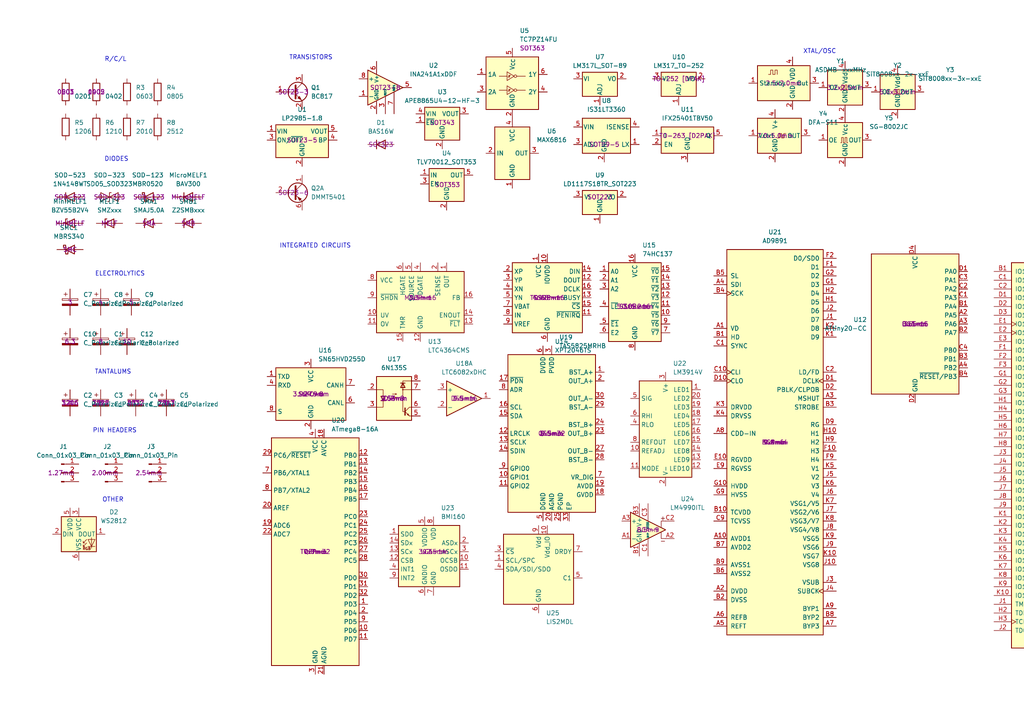
<source format=kicad_sch>
(kicad_sch (version 20250114) (generator "eeschema") (generator_version "9.0")
  (paper "A4")
  (title_block (title "PCB_ruler") (date "2025-06-22") (rev "01"))
  (lib_symbols
    (symbol "74xGxx:TC7PZ14FU"
      (property "Reference" "U" (at 2.54 12.7 0))
      (property "Value" "TC7PZ14FU" (at 2.54 10.16 0))
      (symbol "TC7PZ14FU_1_1"
        (pin input line (at -10.16 2.54 0) (length 2.54) (name "1A") (number "1"))
        (pin input line (at -10.16 -2.54 0) (length 2.54) (name "2A") (number "3"))
        (pin power_in line (at 0 10.16 270) (length 2.54) (name "V_{CC}") (number "5"))
        (pin power_in line (at 0 -10.16 90) (length 2.54) (name "GND") (number "2"))
        (pin output line (at 10.16 2.54 180) (length 2.54) (name "1Y") (number "6"))
        (pin output line (at 10.16 -2.54 180) (length 2.54) (name "2Y") (number "4"))
      )
    )
    (symbol "74xx:74HC137"
      (property "Reference" "U" (at -7.62 13.97 0))
      (property "Value" "74HC137" (at 2.54 -11.43 0))
      (symbol "74HC137_1_1"
        (pin input line (at -10.16 10.16 0) (length 2.54) (name "A0") (number "1"))
        (pin input line (at -10.16 7.62 0) (length 2.54) (name "A1") (number "2"))
        (pin input line (at -10.16 5.08 0) (length 2.54) (name "A2") (number "3"))
        (pin input line (at -10.16 0 0) (length 2.54) (name "~{LE}") (number "4"))
        (pin input line (at -10.16 -5.08 0) (length 2.54) (name "~{E1}") (number "5"))
        (pin input line (at -10.16 -7.62 0) (length 2.54) (name "E2") (number "6"))
        (pin power_in line (at 0 15.24 270) (length 2.54) (name "VCC") (number "16"))
        (pin power_in line (at 0 -12.7 90) (length 2.54) (name "GND") (number "8"))
        (pin output line (at 10.16 10.16 180) (length 2.54) (name "~{Y0}") (number "15"))
        (pin output line (at 10.16 7.62 180) (length 2.54) (name "~{Y1}") (number "14"))
        (pin output line (at 10.16 5.08 180) (length 2.54) (name "~{Y2}") (number "13"))
        (pin output line (at 10.16 2.54 180) (length 2.54) (name "~{Y3}") (number "12"))
        (pin output line (at 10.16 0 180) (length 2.54) (name "~{Y4}") (number "11"))
        (pin output line (at 10.16 -2.54 180) (length 2.54) (name "~{Y5}") (number "10"))
        (pin output line (at 10.16 -5.08 180) (length 2.54) (name "~{Y6}") (number "9"))
        (pin output line (at 10.16 -7.62 180) (length 2.54) (name "~{Y7}") (number "7"))
      )
    )
    (symbol "Amplifier_Audio:LM4990ITL" (pin_names (offset 0.127))
      (property "Reference" "U" (at 5.08 7.62 0))
      (property "Value" "LM4990ITL" (at 5.08 5.08 0))
      (symbol "LM4990ITL_1_1"
        (pin input line (at -7.62 2.54 0) (length 2.54) (name "+") (number "A3"))
        (pin input line (at -7.62 -2.54 0) (length 2.54) (name "-") (number "A1"))
        (pin power_in line (at -2.54 7.62 270) (length 3.81) (name "V+") (number "B3"))
        (pin power_in line (at -2.54 -7.62 90) (length 3.81) (name "GND") (number "B1"))
        (pin passive line (at -2.54 -7.62 90) (length 3.81) (hide yes) (name "GND") (number "B2"))
        (pin input line (at 0 7.62 270) (length 5.08) (name "~{SHDN}") (number "C3"))
        (pin input line (at 0 -7.62 90) (length 5.08) (name "BYP") (number "C1"))
        (pin output line (at 7.62 2.54 180) (length 2.54) (name "~") (number "C2"))
        (pin output line (at 7.62 -2.54 180) (length 2.54) (name "~") (number "A2"))
      )
    )
    (symbol "Amplifier_Audio:TAS5825MRHB"
      (property "Reference" "U" (at -11.43 24.13 0))
      (property "Value" "TAS5825MRHB" (at 8.89 24.13 0))
      (symbol "TAS5825MRHB_1_1"
        (pin input line (at -15.24 15.24 0) (length 2.54) (name "~{PDN}") (number "17"))
        (pin passive line (at -15.24 12.7 0) (length 2.54) (name "ADR") (number "8"))
        (pin input line (at -15.24 7.62 0) (length 2.54) (name "SCL") (number "16"))
        (pin bidirectional line (at -15.24 5.08 0) (length 2.54) (name "SDA") (number "15"))
        (pin input line (at -15.24 0 0) (length 2.54) (name "LRCLK") (number "12"))
        (pin input line (at -15.24 -2.54 0) (length 2.54) (name "SCLK") (number "13"))
        (pin input line (at -15.24 -5.08 0) (length 2.54) (name "SDIN") (number "14"))
        (pin bidirectional line (at -15.24 -10.16 0) (length 2.54) (name "GPIO0") (number "9"))
        (pin bidirectional line (at -15.24 -12.7 0) (length 2.54) (name "GPIO1") (number "10"))
        (pin bidirectional line (at -15.24 -15.24 0) (length 2.54) (name "GPIO2") (number "11"))
        (pin power_in line (at -2.54 25.4 270) (length 2.54) (name "DVDD") (number "6"))
        (pin power_in line (at -2.54 -25.4 90) (length 2.54) (name "DGND") (number "5"))
        (pin passive line (at 0 25.4 270) (length 2.54) (hide yes) (name "PVDD") (number "21"))
        (pin passive line (at 0 25.4 270) (length 2.54) (hide yes) (name "PVDD") (number "22"))
        (pin power_in line (at 0 25.4 270) (length 2.54) (name "PVDD") (number "3"))
        (pin passive line (at 0 25.4 270) (length 2.54) (hide yes) (name "PVDD") (number "4"))
        (pin power_in line (at 0 -25.4 90) (length 2.54) (name "AGND") (number "20"))
        (pin power_in line (at 2.54 -25.4 90) (length 2.54) (name "PGND") (number "25"))
        (pin passive line (at 2.54 -25.4 90) (length 2.54) (hide yes) (name "PGND") (number "26"))
        (pin passive line (at 2.54 -25.4 90) (length 2.54) (hide yes) (name "PGND") (number "31"))
        (pin passive line (at 2.54 -25.4 90) (length 2.54) (hide yes) (name "PGND") (number "32"))
        (pin passive line (at 5.08 -25.4 90) (length 2.54) (name "EP") (number "33"))
        (pin passive line (at 15.24 17.78 180) (length 2.54) (name "BST_A+") (number "1"))
        (pin output line (at 15.24 15.24 180) (length 2.54) (name "OUT_A+") (number "2"))
        (pin output line (at 15.24 10.16 180) (length 2.54) (name "OUT_A-") (number "30"))
        (pin passive line (at 15.24 7.62 180) (length 2.54) (name "BST_A-") (number "29"))
        (pin passive line (at 15.24 2.54 180) (length 2.54) (name "BST_B+") (number "24"))
        (pin output line (at 15.24 0 180) (length 2.54) (name "OUT_B+") (number "23"))
        (pin output line (at 15.24 -5.08 180) (length 2.54) (name "OUT_B-") (number "27"))
        (pin passive line (at 15.24 -7.62 180) (length 2.54) (name "BST_B-") (number "28"))
        (pin power_out line (at 15.24 -12.7 180) (length 2.54) (name "VR_DIG") (number "7"))
        (pin power_out line (at 15.24 -15.24 180) (length 2.54) (name "AVDD") (number "19"))
        (pin power_out line (at 15.24 -17.78 180) (length 2.54) (name "GVDD") (number "18"))
      )
    )
    (symbol "Amplifier_Current:INA241A1xDDF" (pin_names (offset 0.127))
      (property "Reference" "U" (at 3.81 3.81 0))
      (property "Value" "INA241A1xDDF" (at 3.81 -2.54 0))
      (symbol "INA241A1xDDF_1_1"
        (pin input line (at -7.62 2.54 0) (length 2.54) (name "+") (number "8"))
        (pin input line (at -7.62 -2.54 0) (length 2.54) (name "-") (number "1"))
        (pin power_in line (at -2.54 7.62 270) (length 3.81) (name "V+") (number "6"))
        (pin power_in line (at -2.54 -7.62 90) (length 3.81) (name "GND") (number "2"))
        (pin passive line (at -2.54 -7.62 90) (length 3.81) (hide yes) (name "GND") (number "4"))
        (pin passive line (at 0 -7.62 90) (length 5.08) (name "REF2") (number "3"))
        (pin passive line (at 2.54 -7.62 90) (length 6.35) (name "REF1") (number "7"))
        (pin output line (at 7.62 0 180) (length 2.54) (name "~") (number "5"))
      )
    )
    (symbol "Amplifier_Operational:LTC6082xDHC" (pin_names (offset 0.127))
      (property "Reference" "U" (at 2.54 5.08 0))
      (property "Value" "LTC6082xDHC" (at 5.08 -5.08 0))
      (symbol "LTC6082xDHC_1_1"
        (pin input line (at -7.62 2.54 0) (length 2.54) (name "+") (number "3"))
        (pin input line (at -7.62 -2.54 0) (length 2.54) (name "-") (number "2"))
        (pin no_connect line (at -2.54 -2.54 90) (length 2.54) (hide yes) (name "NC") (number "8"))
        (pin no_connect line (at 0 -2.54 90) (length 2.54) (hide yes) (name "NC") (number "9"))
        (pin output line (at 7.62 0 180) (length 2.54) (name "~") (number "1"))
      )
      (symbol "LTC6082xDHC_2_1"
        (pin input line (at -7.62 2.54 0) (length 2.54) (name "+") (number "5"))
        (pin input line (at -7.62 -2.54 0) (length 2.54) (name "-") (number "6"))
        (pin output line (at 7.62 0 180) (length 2.54) (name "~") (number "7"))
      )
      (symbol "LTC6082xDHC_3_1"
        (pin input line (at -7.62 2.54 0) (length 2.54) (name "+") (number "12"))
        (pin input line (at -7.62 -2.54 0) (length 2.54) (name "-") (number "11"))
        (pin output line (at 7.62 0 180) (length 2.54) (name "~") (number "10"))
      )
      (symbol "LTC6082xDHC_4_1"
        (pin input line (at -7.62 2.54 0) (length 2.54) (name "+") (number "14"))
        (pin input line (at -7.62 -2.54 0) (length 2.54) (name "-") (number "15"))
        (pin output line (at 7.62 0 180) (length 2.54) (name "~") (number "16"))
      )
      (symbol "LTC6082xDHC_5_1"
        (pin power_in line (at -2.54 7.62 270) (length 3.81) (name "V+") (number "4"))
        (pin power_in line (at -2.54 -7.62 90) (length 3.81) (name "V-") (number "13"))
        (pin passive line (at -2.54 -7.62 90) (length 3.81) (hide yes) (name "V-") (number "17"))
      )
    )
    (symbol "CPLD_Altera:EPM240F100" (pin_names (offset 1.016))
      (property "Reference" "U" (at 10.16 57.15 0))
      (property "Value" "EPM240F100" (at 10.16 -57.15 0))
      (symbol "EPM240F100_1_1"
        (pin bidirectional line (at -25.4 53.34 0) (length 5.08) (name "IO1_B1") (number "B1"))
        (pin bidirectional line (at -25.4 50.8 0) (length 5.08) (name "IO1_C1") (number "C1"))
        (pin bidirectional line (at -25.4 48.26 0) (length 5.08) (name "IO1_C2") (number "C2"))
        (pin bidirectional line (at -25.4 45.72 0) (length 5.08) (name "IO1_D1") (number "D1"))
        (pin bidirectional line (at -25.4 43.18 0) (length 5.08) (name "IO1_D2") (number "D2"))
        (pin bidirectional line (at -25.4 40.64 0) (length 5.08) (name "IO1_D3") (number "D3"))
        (pin bidirectional clock (at -25.4 38.1 0) (length 5.08) (name "IO1_E1/GCLK1") (number "E1"))
        (pin bidirectional clock (at -25.4 35.56 0) (length 5.08) (name "IO1_E2/GCLK0") (number "E2"))
        (pin bidirectional line (at -25.4 33.02 0) (length 5.08) (name "IO1_E3") (number "E3"))
        (pin bidirectional line (at -25.4 30.48 0) (length 5.08) (name "IO1_F1") (number "F1"))
        (pin bidirectional line (at -25.4 27.94 0) (length 5.08) (name "IO1_F2") (number "F2"))
        (pin bidirectional line (at -25.4 25.4 0) (length 5.08) (name "IO1_F3") (number "F3"))
        (pin bidirectional line (at -25.4 22.86 0) (length 5.08) (name "IO1_G1") (number "G1"))
        (pin bidirectional line (at -25.4 20.32 0) (length 5.08) (name "IO1_G2") (number "G2"))
        (pin bidirectional line (at -25.4 17.78 0) (length 5.08) (name "IO1_G3") (number "G3"))
        (pin bidirectional line (at -25.4 15.24 0) (length 5.08) (name "IO1_H1") (number "H1"))
        (pin bidirectional line (at -25.4 12.7 0) (length 5.08) (name "IO1_H4") (number "H4"))
        (pin bidirectional line (at -25.4 10.16 0) (length 5.08) (name "IO1_H5") (number "H5"))
        (pin bidirectional line (at -25.4 7.62 0) (length 5.08) (name "IO1_H6") (number "H6"))
        (pin bidirectional line (at -25.4 5.08 0) (length 5.08) (name "IO1_H7") (number "H7"))
        (pin bidirectional line (at -25.4 2.54 0) (length 5.08) (name "IO1_H8") (number "H8"))
        (pin bidirectional line (at -25.4 0 0) (length 5.08) (name "IO1_J3") (number "J3"))
        (pin bidirectional line (at -25.4 -2.54 0) (length 5.08) (name "IO1_J4") (number "J4"))
        (pin bidirectional line (at -25.4 -5.08 0) (length 5.08) (name "IO1_J5") (number "J5"))
        (pin bidirectional line (at -25.4 -7.62 0) (length 5.08) (name "IO1_J6") (number "J6"))
        (pin bidirectional line (at -25.4 -10.16 0) (length 5.08) (name "IO1_J7/DEV_OE") (number "J7"))
        (pin bidirectional line (at -25.4 -12.7 0) (length 5.08) (name "IO1_J8") (number "J8"))
        (pin bidirectional line (at -25.4 -15.24 0) (length 5.08) (name "IO1_J9") (number "J9"))
        (pin bidirectional line (at -25.4 -17.78 0) (length 5.08) (name "IO1_K1") (number "K1"))
        (pin bidirectional line (at -25.4 -20.32 0) (length 5.08) (name "IO1_K2") (number "K2"))
        (pin bidirectional line (at -25.4 -22.86 0) (length 5.08) (name "IO1_K3") (number "K3"))
        (pin bidirectional line (at -25.4 -25.4 0) (length 5.08) (name "IO1_K4") (number "K4"))
        (pin bidirectional line (at -25.4 -27.94 0) (length 5.08) (name "IO1_K5") (number "K5"))
        (pin bidirectional line (at -25.4 -30.48 0) (length 5.08) (name "IO1_K6") (number "K6"))
        (pin bidirectional line (at -25.4 -33.02 0) (length 5.08) (name "IO1_K7") (number "K7"))
        (pin bidirectional line (at -25.4 -35.56 0) (length 5.08) (name "IO1_K8") (number "K8"))
        (pin bidirectional line (at -25.4 -38.1 0) (length 5.08) (name "IO1_K9/DEV_CLRn") (number "K9"))
        (pin bidirectional line (at -25.4 -40.64 0) (length 5.08) (name "IO1_K10") (number "K10"))
        (pin input line (at -25.4 -43.18 0) (length 5.08) (name "TMS") (number "J1"))
        (pin input line (at -25.4 -45.72 0) (length 5.08) (name "TDI") (number "H2"))
        (pin input clock (at -25.4 -48.26 0) (length 5.08) (name "TCK") (number "H3"))
        (pin output line (at -25.4 -50.8 0) (length 5.08) (name "TDO") (number "J2"))
        (pin power_in line (at -10.16 60.96 270) (length 5.08) (name "VCCINT") (number "F4"))
        (pin power_in line (at -10.16 -60.96 90) (length 5.08) (name "GNDINT") (number "F5"))
        (pin power_in line (at -7.62 60.96 270) (length 5.08) (name "VCCINT") (number "E7"))
        (pin power_in line (at -7.62 -60.96 90) (length 5.08) (name "GNDINT") (number "E6"))
        (pin power_in line (at -5.08 60.96 270) (length 5.08) (name "VCCIO1") (number "E4"))
        (pin power_in line (at -5.08 -60.96 90) (length 5.08) (name "GNDIO") (number "E5"))
        (pin power_in line (at -2.54 60.96 270) (length 5.08) (name "VCCIO1") (number "G4"))
        (pin power_in line (at -2.54 -60.96 90) (length 5.08) (name "GNDIO") (number "G5"))
        (pin power_in line (at 0 60.96 270) (length 5.08) (name "VCCIO1") (number "G6"))
        (pin power_in line (at 0 -60.96 90) (length 5.08) (name "GNDIO") (number "G7"))
        (pin power_in line (at 2.54 60.96 270) (length 5.08) (name "VCCIO2") (number "F7"))
        (pin power_in line (at 2.54 -60.96 90) (length 5.08) (name "GNDIO") (number "F6"))
        (pin power_in line (at 5.08 60.96 270) (length 5.08) (name "VCCIO2") (number "D6"))
        (pin power_in line (at 5.08 -60.96 90) (length 5.08) (name "GNDIO") (number "D7"))
        (pin power_in line (at 7.62 60.96 270) (length 5.08) (name "VCCIO2") (number "D4"))
        (pin power_in line (at 7.62 -60.96 90) (length 5.08) (name "GNDIO") (number "D5"))
        (pin bidirectional line (at 25.4 53.34 180) (length 5.08) (name "IO2_A1") (number "A1"))
        (pin bidirectional line (at 25.4 50.8 180) (length 5.08) (name "IO2_A2") (number "A2"))
        (pin bidirectional line (at 25.4 48.26 180) (length 5.08) (name "IO2_A3") (number "A3"))
        (pin bidirectional line (at 25.4 45.72 180) (length 5.08) (name "IO2_A4") (number "A4"))
        (pin bidirectional line (at 25.4 43.18 180) (length 5.08) (name "IO2_A5") (number "A5"))
        (pin bidirectional line (at 25.4 40.64 180) (length 5.08) (name "IO2_A6") (number "A6"))
        (pin bidirectional line (at 25.4 38.1 180) (length 5.08) (name "IO2_A7") (number "A7"))
        (pin bidirectional line (at 25.4 35.56 180) (length 5.08) (name "IO2_A8") (number "A8"))
        (pin bidirectional line (at 25.4 33.02 180) (length 5.08) (name "IO2_A9") (number "A9"))
        (pin bidirectional line (at 25.4 30.48 180) (length 5.08) (name "IO2_A10") (number "A10"))
        (pin bidirectional line (at 25.4 27.94 180) (length 5.08) (name "IO2_B2") (number "B2"))
        (pin bidirectional line (at 25.4 25.4 180) (length 5.08) (name "IO2_B3") (number "B3"))
        (pin bidirectional line (at 25.4 22.86 180) (length 5.08) (name "IO2_B4") (number "B4"))
        (pin bidirectional line (at 25.4 20.32 180) (length 5.08) (name "IO2_B5") (number "B5"))
        (pin bidirectional line (at 25.4 17.78 180) (length 5.08) (name "IO2_B6") (number "B6"))
        (pin bidirectional line (at 25.4 15.24 180) (length 5.08) (name "IO2_B7") (number "B7"))
        (pin bidirectional line (at 25.4 12.7 180) (length 5.08) (name "IO2_B8") (number "B8"))
        (pin bidirectional line (at 25.4 10.16 180) (length 5.08) (name "IO2_B9") (number "B9"))
        (pin bidirectional line (at 25.4 7.62 180) (length 5.08) (name "IO2_B10") (number "B10"))
        (pin bidirectional line (at 25.4 5.08 180) (length 5.08) (name "IO2_C3") (number "C3"))
        (pin bidirectional line (at 25.4 2.54 180) (length 5.08) (name "IO2_C4") (number "C4"))
        (pin bidirectional line (at 25.4 0 180) (length 5.08) (name "IO2_C5") (number "C5"))
        (pin bidirectional line (at 25.4 -2.54 180) (length 5.08) (name "IO2_C6") (number "C6"))
        (pin bidirectional line (at 25.4 -5.08 180) (length 5.08) (name "IO2_C7") (number "C7"))
        (pin bidirectional line (at 25.4 -7.62 180) (length 5.08) (name "IO2_C8") (number "C8"))
        (pin bidirectional line (at 25.4 -10.16 180) (length 5.08) (name "IO2_C9") (number "C9"))
        (pin bidirectional line (at 25.4 -12.7 180) (length 5.08) (name "IO2_C10") (number "C10"))
        (pin bidirectional line (at 25.4 -15.24 180) (length 5.08) (name "IO2_D8") (number "D8"))
        (pin bidirectional line (at 25.4 -17.78 180) (length 5.08) (name "IO2_D9") (number "D9"))
        (pin bidirectional line (at 25.4 -20.32 180) (length 5.08) (name "IO2_D10") (number "D10"))
        (pin bidirectional line (at 25.4 -22.86 180) (length 5.08) (name "IO2_E8") (number "E8"))
        (pin bidirectional line (at 25.4 -25.4 180) (length 5.08) (name "IO2_E9") (number "E9"))
        (pin bidirectional clock (at 25.4 -27.94 180) (length 5.08) (name "IO2_E10/GCLK3") (number "E10"))
        (pin bidirectional clock (at 25.4 -30.48 180) (length 5.08) (name "IO2_F8/GCLK2") (number "F8"))
        (pin bidirectional line (at 25.4 -33.02 180) (length 5.08) (name "IO2_F9") (number "F9"))
        (pin bidirectional line (at 25.4 -35.56 180) (length 5.08) (name "IO2_F10") (number "F10"))
        (pin bidirectional line (at 25.4 -38.1 180) (length 5.08) (name "IO2_G8") (number "G8"))
        (pin bidirectional line (at 25.4 -40.64 180) (length 5.08) (name "IO2_G9") (number "G9"))
        (pin bidirectional line (at 25.4 -43.18 180) (length 5.08) (name "IO2_G10") (number "G10"))
        (pin bidirectional line (at 25.4 -45.72 180) (length 5.08) (name "IO2_H9") (number "H9"))
        (pin bidirectional line (at 25.4 -48.26 180) (length 5.08) (name "IO2_H10") (number "H10"))
        (pin bidirectional line (at 25.4 -50.8 180) (length 5.08) (name "IO2_J10") (number "J10"))
      )
    )
    (symbol "Connector:Conn_01x03_Pin" (pin_names (offset 1.016) (hide yes))
      (property "Reference" "J" (at 0 5.08 0))
      (property "Value" "Conn_01x03_Pin" (at 0 -5.08 0))
      (symbol "Conn_01x03_Pin_1_1"
        (pin passive line (at 5.08 2.54 180) (length 3.81) (name "Pin_1") (number "1"))
        (pin passive line (at 5.08 0 180) (length 3.81) (name "Pin_2") (number "2"))
        (pin passive line (at 5.08 -2.54 180) (length 3.81) (name "Pin_3") (number "3"))
      )
    )
    (symbol "Device:C_Polarized" (pin_numbers (hide yes)) (pin_names (offset 0.254))
      (property "Reference" "C" (at 0.635 2.54 0))
      (property "Value" "C_Polarized" (at 0.635 -2.54 0))
      (symbol "C_Polarized_1_1"
        (pin passive line (at 0 3.81 270) (length 2.794) (name "~") (number "1"))
        (pin passive line (at 0 -3.81 90) (length 2.794) (name "~") (number "2"))
      )
    )
    (symbol "Device:R" (pin_numbers (hide yes)) (pin_names (offset 0))
      (property "Reference" "R" (at 2.032 0 90))
      (property "Value" "R" (at 0 0 90))
      (symbol "R_1_1"
        (pin passive line (at 0 3.81 270) (length 1.27) (name "~") (number "1"))
        (pin passive line (at 0 -3.81 90) (length 1.27) (name "~") (number "2"))
      )
    )
    (symbol "Diode:1N4148WT" (pin_numbers (hide yes)) (pin_names (hide yes))
      (property "Reference" "D" (at 0 2.54 0))
      (property "Value" "1N4148WT" (at 0 -2.54 0))
      (symbol "1N4148WT_1_1"
        (pin passive line (at -3.81 0 0) (length 2.54) (name "K") (number "1"))
        (pin passive line (at 3.81 0 180) (length 2.54) (name "A") (number "2"))
      )
    )
    (symbol "Diode:BAS16W" (pin_numbers (hide yes)) (pin_names (hide yes))
      (property "Reference" "D" (at 0 2.54 0))
      (property "Value" "BAS16W" (at 0 -2.54 0))
      (symbol "BAS16W_1_1"
        (pin passive line (at -3.81 0 0) (length 2.54) (name "K") (number "3"))
        (pin no_connect line (at -1.27 0 0) (length 2.54) (hide yes) (name "NC") (number "2"))
        (pin passive line (at 3.81 0 180) (length 2.54) (name "A") (number "1"))
      )
    )
    (symbol "Diode:BAV300" (pin_numbers (hide yes)) (pin_names (hide yes))
      (property "Reference" "D" (at 0 2.54 0))
      (property "Value" "BAV300" (at 0 -2.54 0))
      (symbol "BAV300_1_1"
        (pin passive line (at -3.81 0 0) (length 2.54) (name "K") (number "1"))
        (pin passive line (at 3.81 0 180) (length 2.54) (name "A") (number "2"))
      )
    )
    (symbol "Diode:BZV55B2V4" (pin_numbers (hide yes)) (pin_names (hide yes))
      (property "Reference" "D" (at 0 2.54 0))
      (property "Value" "BZV55B2V4" (at 0 -2.54 0))
      (symbol "BZV55B2V4_1_1"
        (pin passive line (at -3.81 0 0) (length 2.54) (name "K") (number "1"))
        (pin passive line (at 3.81 0 180) (length 2.54) (name "A") (number "2"))
      )
    )
    (symbol "Diode:MBR0520" (pin_numbers (hide yes)) (pin_names (offset 1.016) (hide yes))
      (property "Reference" "D" (at 0 2.54 0))
      (property "Value" "MBR0520" (at 0 -2.54 0))
      (symbol "MBR0520_1_1"
        (pin passive line (at -3.81 0 0) (length 2.54) (name "K") (number "1"))
        (pin passive line (at 3.81 0 180) (length 2.54) (name "A") (number "2"))
      )
    )
    (symbol "Diode:MBRS340" (pin_numbers (hide yes)) (pin_names (offset 1.016) (hide yes))
      (property "Reference" "D" (at 0 2.54 0))
      (property "Value" "MBRS340" (at 0 -2.54 0))
      (symbol "MBRS340_1_1"
        (pin passive line (at -3.81 0 0) (length 2.54) (name "K") (number "1"))
        (pin passive line (at 3.81 0 180) (length 2.54) (name "A") (number "2"))
      )
    )
    (symbol "Diode:SD05_SOD323" (pin_numbers (hide yes)) (pin_names (offset 1.016) (hide yes))
      (property "Reference" "D" (at 0 2.54 0))
      (property "Value" "SD05_SOD323" (at 0 -2.54 0))
      (symbol "SD05_SOD323_1_1"
        (pin passive line (at -3.81 0 0) (length 2.54) (name "A1") (number "1"))
        (pin passive line (at 3.81 0 180) (length 2.54) (name "A2") (number "2"))
      )
    )
    (symbol "Diode:SMAJ5.0A" (pin_numbers (hide yes)) (pin_names (offset 1.016) (hide yes))
      (property "Reference" "D" (at 0 2.54 0))
      (property "Value" "SMAJ5.0A" (at 0 -2.54 0))
      (symbol "SMAJ5.0A_1_1"
        (pin passive line (at -3.81 0 0) (length 2.54) (name "A1") (number "1"))
        (pin passive line (at 3.81 0 180) (length 2.54) (name "A2") (number "2"))
      )
    )
    (symbol "Diode:SMZxxx" (pin_numbers (hide yes)) (pin_names (hide yes))
      (property "Reference" "D" (at 0 2.54 0))
      (property "Value" "SMZxxx" (at 0 -2.54 0))
      (symbol "SMZxxx_1_1"
        (pin passive line (at -3.81 0 0) (length 2.54) (name "K") (number "1"))
        (pin passive line (at 3.81 0 180) (length 2.54) (name "A") (number "2"))
      )
    )
    (symbol "Diode:Z2SMBxxx" (pin_numbers (hide yes)) (pin_names (hide yes))
      (property "Reference" "D" (at 0 2.54 0))
      (property "Value" "Z2SMBxxx" (at 0 -2.54 0))
      (symbol "Z2SMBxxx_1_1"
        (pin passive line (at -3.81 0 0) (length 2.54) (name "K") (number "1"))
        (pin passive line (at 3.81 0 180) (length 2.54) (name "A") (number "2"))
      )
    )
    (symbol "Driver_Display:XPT2046TS"
      (property "Reference" "U" (at -8.89 11.43 0))
      (property "Value" "XPT2046TS" (at 3.81 11.43 0))
      (symbol "XPT2046TS_1_1"
        (pin input line (at -12.7 7.62 0) (length 2.54) (name "XP") (number "2"))
        (pin input line (at -12.7 5.08 0) (length 2.54) (name "YP") (number "3"))
        (pin input line (at -12.7 2.54 0) (length 2.54) (name "XN") (number "4"))
        (pin input line (at -12.7 0 0) (length 2.54) (name "YN") (number "5"))
        (pin power_in line (at -12.7 -2.54 0) (length 2.54) (name "VBAT") (number "7"))
        (pin input line (at -12.7 -5.08 0) (length 2.54) (name "IN") (number "8"))
        (pin bidirectional line (at -12.7 -7.62 0) (length 2.54) (name "VREF") (number "9"))
        (pin power_in line (at -2.54 12.7 270) (length 2.54) (name "VCC") (number "1"))
        (pin power_in line (at 0 12.7 270) (length 2.54) (name "IOVDD") (number "10"))
        (pin power_in line (at 0 -12.7 90) (length 2.54) (name "GND") (number "6"))
        (pin input line (at 12.7 7.62 180) (length 2.54) (name "DIN") (number "14"))
        (pin output line (at 12.7 5.08 180) (length 2.54) (name "DOUT") (number "12"))
        (pin input line (at 12.7 2.54 180) (length 2.54) (name "DCLK") (number "16"))
        (pin output line (at 12.7 0 180) (length 2.54) (name "BUSY") (number "13"))
        (pin input line (at 12.7 -2.54 180) (length 2.54) (name "~{CS}") (number "15"))
        (pin open_collector line (at 12.7 -5.08 180) (length 2.54) (name "~{PENIRQ}") (number "11"))
      )
    )
    (symbol "Driver_LED:IS31LT3360" (pin_names (offset 0.254))
      (property "Reference" "U" (at -5.08 8.89 0))
      (property "Value" "IS31LT3360" (at 5.08 8.89 0))
      (symbol "IS31LT3360_1_1"
        (pin power_in line (at -8.89 5.08 0) (length 2.54) (name "VIN") (number "5"))
        (pin input line (at -8.89 0 0) (length 2.54) (name "ADJ") (number "3"))
        (pin power_in line (at 0 -5.08 90) (length 2.54) (name "GND") (number "2"))
        (pin input line (at 10.16 5.08 180) (length 2.54) (name "ISENSE") (number "4"))
        (pin open_collector line (at 10.16 0 180) (length 2.54) (name "LX") (number "1"))
      )
    )
    (symbol "Driver_LED:LM3914V"
      (property "Reference" "U" (at -6.35 13.97 0))
      (property "Value" "LM3914V" (at 5.08 13.97 0))
      (symbol "LM3914V_1_1"
        (pin input line (at -10.16 7.62 0) (length 2.54) (name "SIG") (number "5"))
        (pin input line (at -10.16 2.54 0) (length 2.54) (name "RHI") (number "6"))
        (pin input line (at -10.16 0 0) (length 2.54) (name "RLO") (number "4"))
        (pin output line (at -10.16 -5.08 0) (length 2.54) (name "REFOUT") (number "8"))
        (pin input line (at -10.16 -7.62 0) (length 2.54) (name "REFADJ") (number "10"))
        (pin input line (at -10.16 -12.7 0) (length 2.54) (name "MODE") (number "11"))
        (pin no_connect line (at -7.62 5.08 0) (length 2.54) (hide yes) (name "NC") (number "7"))
        (pin no_connect line (at -7.62 -2.54 0) (length 2.54) (hide yes) (name "NC") (number "9"))
        (pin power_in line (at 0 15.24 270) (length 2.54) (name "V+") (number "3"))
        (pin power_in line (at 0 -17.78 90) (length 2.54) (name "V-") (number "2"))
        (pin open_collector line (at 10.16 10.16 180) (length 2.54) (name "LED1") (number "1"))
        (pin open_collector line (at 10.16 7.62 180) (length 2.54) (name "LED2") (number "20"))
        (pin open_collector line (at 10.16 5.08 180) (length 2.54) (name "LED3") (number "19"))
        (pin open_collector line (at 10.16 2.54 180) (length 2.54) (name "LED4") (number "18"))
        (pin open_collector line (at 10.16 0 180) (length 2.54) (name "LED5") (number "17"))
        (pin open_collector line (at 10.16 -2.54 180) (length 2.54) (name "LED6") (number "16"))
        (pin open_collector line (at 10.16 -5.08 180) (length 2.54) (name "LED7") (number "15"))
        (pin open_collector line (at 10.16 -7.62 180) (length 2.54) (name "LED8") (number "14"))
        (pin open_collector line (at 10.16 -10.16 180) (length 2.54) (name "LED9") (number "13"))
        (pin open_collector line (at 10.16 -12.7 180) (length 2.54) (name "LED10") (number "12"))
      )
    )
    (symbol "Interface:MAX6816"
      (property "Reference" "U" (at 2.54 8.89 0))
      (property "Value" "MAX6816" (at 5.08 -8.89 0))
      (symbol "MAX6816_1_1"
        (pin input line (at -7.62 0 0) (length 2.54) (name "IN") (number "2"))
        (pin power_in line (at 0 10.16 270) (length 2.54) (name "VCC") (number "4"))
        (pin power_in line (at 0 -10.16 90) (length 2.54) (name "GND") (number "1"))
        (pin output line (at 7.62 0 180) (length 2.54) (name "OUT") (number "3"))
      )
    )
    (symbol "Interface_CAN_LIN:SN65HVD255D"
      (property "Reference" "U" (at -8.89 8.89 0))
      (property "Value" "SN65HVD255D" (at 1.27 8.89 0))
      (symbol "SN65HVD255D_1_1"
        (pin input line (at -12.7 5.08 0) (length 2.54) (name "TXD") (number "1"))
        (pin output line (at -12.7 2.54 0) (length 2.54) (name "RXD") (number "4"))
        (pin input line (at -12.7 -5.08 0) (length 2.54) (name "S") (number "8"))
        (pin no_connect line (at -10.16 -2.54 0) (length 2.54) (hide yes) (name "NC") (number "5"))
        (pin power_in line (at 0 10.16 270) (length 2.54) (name "VCC") (number "3"))
        (pin power_in line (at 0 -10.16 90) (length 2.54) (name "GND") (number "2"))
        (pin bidirectional line (at 12.7 2.54 180) (length 2.54) (name "CANH") (number "7"))
        (pin bidirectional line (at 12.7 -2.54 180) (length 2.54) (name "CANL") (number "6"))
      )
    )
    (symbol "Isolator:6N135S" (pin_names (offset 1.016))
      (property "Reference" "U" (at -5.08 7.62 0))
      (property "Value" "6N135S" (at 0 7.62 0))
      (symbol "6N135S_1_1"
        (pin passive line (at -7.62 2.54 0) (length 2.54) (name "~") (number "2"))
        (pin passive line (at -7.62 -2.54 0) (length 2.54) (name "~") (number "3"))
        (pin no_connect line (at -5.08 5.08 0) (length 2.54) (hide yes) (name "NC") (number "1"))
        (pin no_connect line (at -5.08 -5.08 0) (length 2.54) (hide yes) (name "NC") (number "4"))
        (pin passive line (at 7.62 5.08 180) (length 2.54) (name "~") (number "8"))
        (pin passive line (at 7.62 2.54 180) (length 2.54) (name "~") (number "7"))
        (pin passive line (at 7.62 -2.54 180) (length 2.54) (name "~") (number "6"))
        (pin passive line (at 7.62 -5.08 180) (length 2.54) (name "~") (number "5"))
      )
    )
    (symbol "LED:WS2812" (pin_names (offset 0.254))
      (property "Reference" "D" (at 5.08 5.715 0))
      (property "Value" "WS2812" (at 1.27 -5.715 0))
      (symbol "WS2812_0_0"
        (text "RGB" (at 2.286 -4.191 0) (effects (font (size 0.762 0.762))))
      )
      (symbol "WS2812_1_1"
        (pin input line (at -7.62 0 0) (length 2.54) (name "DIN") (number "2"))
        (pin power_in line (at -2.54 7.62 270) (length 2.54) (name "VDD") (number "5"))
        (pin power_in line (at 0 7.62 270) (length 2.54) (name "VCC") (number "3"))
        (pin power_in line (at 0 -7.62 90) (length 2.54) (name "VSS") (number "6"))
        (pin no_connect line (at 5.08 2.54 180) (length 2.54) (hide yes) (name "NC") (number "4"))
        (pin output line (at 7.62 0 180) (length 2.54) (name "DOUT") (number "1"))
      )
    )
    (symbol "MCU_Microchip_ATmega:ATmega8-16A"
      (property "Reference" "U" (at -12.7 34.29 0))
      (property "Value" "ATmega8-16A" (at 5.08 -34.29 0))
      (symbol "ATmega8-16A_1_1"
        (pin bidirectional line (at -15.24 27.94 0) (length 2.54) (name "PC6/~{RESET}") (number "29"))
        (pin bidirectional line (at -15.24 22.86 0) (length 2.54) (name "PB6/XTAL1") (number "7"))
        (pin bidirectional line (at -15.24 17.78 0) (length 2.54) (name "PB7/XTAL2") (number "8"))
        (pin passive line (at -15.24 12.7 0) (length 2.54) (name "AREF") (number "20"))
        (pin input line (at -15.24 7.62 0) (length 2.54) (name "ADC6") (number "19"))
        (pin input line (at -15.24 5.08 0) (length 2.54) (name "ADC7") (number "22"))
        (pin power_in line (at 0 35.56 270) (length 2.54) (name "VCC") (number "4"))
        (pin passive line (at 0 35.56 270) (length 2.54) (hide yes) (name "VCC") (number "6"))
        (pin power_in line (at 0 -35.56 90) (length 2.54) (name "GND") (number "3"))
        (pin passive line (at 0 -35.56 90) (length 2.54) (hide yes) (name "GND") (number "5"))
        (pin power_in line (at 2.54 35.56 270) (length 2.54) (name "AVCC") (number "18"))
        (pin power_in line (at 2.54 -35.56 90) (length 2.54) (name "AGND") (number "21"))
        (pin bidirectional line (at 15.24 27.94 180) (length 2.54) (name "PB0") (number "12"))
        (pin bidirectional line (at 15.24 25.4 180) (length 2.54) (name "PB1") (number "13"))
        (pin bidirectional line (at 15.24 22.86 180) (length 2.54) (name "PB2") (number "14"))
        (pin bidirectional line (at 15.24 20.32 180) (length 2.54) (name "PB3") (number "15"))
        (pin bidirectional line (at 15.24 17.78 180) (length 2.54) (name "PB4") (number "16"))
        (pin bidirectional line (at 15.24 15.24 180) (length 2.54) (name "PB5") (number "17"))
        (pin bidirectional line (at 15.24 10.16 180) (length 2.54) (name "PC0") (number "23"))
        (pin bidirectional line (at 15.24 7.62 180) (length 2.54) (name "PC1") (number "24"))
        (pin bidirectional line (at 15.24 5.08 180) (length 2.54) (name "PC2") (number "25"))
        (pin bidirectional line (at 15.24 2.54 180) (length 2.54) (name "PC3") (number "26"))
        (pin bidirectional line (at 15.24 0 180) (length 2.54) (name "PC4") (number "27"))
        (pin bidirectional line (at 15.24 -2.54 180) (length 2.54) (name "PC5") (number "28"))
        (pin bidirectional line (at 15.24 -7.62 180) (length 2.54) (name "PD0") (number "30"))
        (pin bidirectional line (at 15.24 -10.16 180) (length 2.54) (name "PD1") (number "31"))
        (pin bidirectional line (at 15.24 -12.7 180) (length 2.54) (name "PD2") (number "32"))
        (pin bidirectional line (at 15.24 -15.24 180) (length 2.54) (name "PD3") (number "1"))
        (pin bidirectional line (at 15.24 -17.78 180) (length 2.54) (name "PD4") (number "2"))
        (pin bidirectional line (at 15.24 -20.32 180) (length 2.54) (name "PD5") (number "9"))
        (pin bidirectional line (at 15.24 -22.86 180) (length 2.54) (name "PD6") (number "10"))
        (pin bidirectional line (at 15.24 -25.4 180) (length 2.54) (name "PD7") (number "11"))
      )
    )
    (symbol "MCU_Microchip_ATtiny:ATtiny20-CC"
      (property "Reference" "U" (at -12.7 21.59 0))
      (property "Value" "ATtiny20-CC" (at 2.54 -21.59 0))
      (symbol "ATtiny20-CC_1_1"
        (pin power_in line (at 0 22.86 270) (length 2.54) (name "VCC") (number "D4"))
        (pin power_in line (at 0 -22.86 90) (length 2.54) (name "GND") (number "D2"))
        (pin passive line (at 0 -22.86 90) (length 2.54) (hide yes) (name "GND") (number "D3"))
        (pin bidirectional line (at 15.24 15.24 180) (length 2.54) (name "PA0") (number "D1"))
        (pin bidirectional line (at 15.24 12.7 180) (length 2.54) (name "PA1") (number "C3"))
        (pin bidirectional line (at 15.24 10.16 180) (length 2.54) (name "PA2") (number "C2"))
        (pin bidirectional line (at 15.24 7.62 180) (length 2.54) (name "PA3") (number "C1"))
        (pin bidirectional line (at 15.24 5.08 180) (length 2.54) (name "PA4") (number "B1"))
        (pin bidirectional line (at 15.24 2.54 180) (length 2.54) (name "PA5") (number "A2"))
        (pin bidirectional line (at 15.24 0 180) (length 2.54) (name "PA6") (number "A3"))
        (pin bidirectional line (at 15.24 -2.54 180) (length 2.54) (name "PA7") (number "B2"))
        (pin bidirectional line (at 15.24 -7.62 180) (length 2.54) (name "PB0") (number "C4"))
        (pin bidirectional line (at 15.24 -10.16 180) (length 2.54) (name "PB1") (number "B3"))
        (pin bidirectional line (at 15.24 -12.7 180) (length 2.54) (name "PB2") (number "A4"))
        (pin bidirectional line (at 15.24 -15.24 180) (length 2.54) (name "~{RESET}/PB3") (number "B4"))
      )
    )
    (symbol "Oscillator:ASDMB-xxxMHz"
      (property "Reference" "Y" (at -6.35 6.35 0))
      (property "Value" "ASDMB-xxxMHz" (at 11.43 6.35 0))
      (symbol "ASDMB-xxxMHz_1_1"
        (pin input line (at -10.16 0 0) (length 2.54) (name "Standby") (number "1"))
        (pin power_in line (at 2.54 7.62 270) (length 2.54) (name "VDD") (number "4"))
        (pin power_in line (at 2.54 -7.62 90) (length 2.54) (name "GND") (number "2"))
        (pin output line (at 10.16 0 180) (length 2.54) (name "Out") (number "3"))
      )
    )
    (symbol "Oscillator:DFA-S11" (pin_names (offset 0.254))
      (property "Reference" "Y" (at -5.08 6.35 0))
      (property "Value" "DFA-S11" (at 1.27 -6.35 0))
      (symbol "DFA-S11_1_1"
        (pin input line (at -7.62 0 0) (length 2.54) (name "Vctrl") (number "1"))
        (pin power_in line (at 0 7.62 270) (length 2.54) (name "V+") (number "4"))
        (pin power_in line (at 0 -7.62 90) (length 2.54) (name "GND") (number "2"))
        (pin output line (at 10.16 0 180) (length 2.54) (name "OUT") (number "3"))
      )
    )
    (symbol "Oscillator:SG-8002JC" (pin_names (offset 0.254))
      (property "Reference" "Y" (at -5.08 6.35 0))
      (property "Value" "SG-8002JC" (at 1.27 -6.35 0))
      (symbol "SG-8002JC_1_1"
        (pin input line (at -7.62 0 0) (length 2.54) (name "OE") (number "1"))
        (pin power_in line (at 0 7.62 270) (length 2.54) (name "Vcc") (number "4"))
        (pin power_in line (at 0 -7.62 90) (length 2.54) (name "GND") (number "2"))
        (pin output line (at 7.62 0 180) (length 2.54) (name "OUT") (number "3"))
      )
    )
    (symbol "Oscillator:SiT8008xx-2x-xxE"
      (property "Reference" "Y" (at 4.064 8.89 0))
      (property "Value" "SiT8008xx-2x-xxE" (at 12.446 6.858 0))
      (symbol "SiT8008xx-2x-xxE_1_1"
        (pin input line (at -7.62 0 0) (length 2.54) (name "OE") (number "1"))
        (pin power_in line (at 0 7.62 270) (length 2.54) (name "Vdd") (number "4"))
        (pin power_in line (at 0 -7.62 90) (length 2.54) (name "GND") (number "2"))
        (pin output line (at 7.62 0 180) (length 2.54) (name "OUT") (number "3"))
      )
    )
    (symbol "Oscillator:SiT8008xx-3x-xxE"
      (property "Reference" "Y" (at 4.064 8.89 0))
      (property "Value" "SiT8008xx-3x-xxE" (at 12.446 6.858 0))
      (symbol "SiT8008xx-3x-xxE_1_1"
        (pin input line (at -7.62 0 0) (length 2.54) (name "OE") (number "1"))
        (pin power_in line (at 0 7.62 270) (length 2.54) (name "Vdd") (number "4"))
        (pin power_in line (at 0 -7.62 90) (length 2.54) (name "GND") (number "2"))
        (pin output line (at 7.62 0 180) (length 2.54) (name "OUT") (number "3"))
      )
    )
    (symbol "Power_Management:LTC4364CMS" (pin_names (offset 1.016))
      (property "Reference" "U" (at -11.43 8.89 0))
      (property "Value" "LTC4364CMS" (at 10.16 -11.43 0))
      (symbol "LTC4364CMS_1_1"
        (pin power_in line (at -15.24 5.08 0) (length 2.54) (name "VCC") (number "8"))
        (pin input line (at -15.24 0 0) (length 2.54) (name "~{SHDN}") (number "9"))
        (pin input line (at -15.24 -5.08 0) (length 2.54) (name "UV") (number "10"))
        (pin input line (at -15.24 -7.62 0) (length 2.54) (name "OV") (number "11"))
        (pin output line (at -5.08 10.16 270) (length 2.54) (name "HGATE") (number "6"))
        (pin input line (at -5.08 -12.7 90) (length 2.54) (name "TMR") (number "15"))
        (pin input line (at -2.54 10.16 270) (length 2.54) (name "SOURCE") (number "5"))
        (pin output line (at 0 10.16 270) (length 2.54) (name "DGATE") (number "4"))
        (pin power_in line (at 0 -12.7 90) (length 2.54) (name "GND") (number "12"))
        (pin input line (at 5.08 10.16 270) (length 2.54) (name "SENSE") (number "2"))
        (pin input line (at 7.62 10.16 270) (length 2.54) (name "OUT") (number "1"))
        (pin no_connect line (at 12.7 5.08 180) (length 2.54) (hide yes) (name "NC") (number "7"))
        (pin no_connect line (at 12.7 2.54 180) (length 2.54) (hide yes) (name "NC") (number "3"))
        (pin input line (at 15.24 0 180) (length 2.54) (name "FB") (number "16"))
        (pin open_collector line (at 15.24 -5.08 180) (length 2.54) (name "ENOUT") (number "14"))
        (pin open_collector line (at 15.24 -7.62 180) (length 2.54) (name "~{FLT}") (number "13"))
      )
    )
    (symbol "Regulator_Linear:APE8865U4-12-HF-3" (pin_names (offset 0.254))
      (property "Reference" "U" (at -3.81 5.715 0))
      (property "Value" "APE8865U4-12-HF-3" (at 0 5.715 0))
      (symbol "APE8865U4-12-HF-3_1_1"
        (pin power_in line (at -7.62 2.54 0) (length 2.54) (name "VIN") (number "4"))
        (pin input line (at -7.62 0 0) (length 2.54) (name "~{EN}") (number "1"))
        (pin power_in line (at 0 -7.62 90) (length 2.54) (name "GND") (number "2"))
        (pin power_out line (at 7.62 2.54 180) (length 2.54) (name "VOUT") (number "3"))
      )
    )
    (symbol "Regulator_Linear:IFX25401TBV50" (pin_names (offset 0.762))
      (property "Reference" "U" (at 0 6.35 0))
      (property "Value" "IFX25401TBV50" (at 0 3.81 0))
      (symbol "IFX25401TBV50_1_1"
        (pin power_in line (at -10.16 0 0) (length 2.54) (name "I") (number "1"))
        (pin input line (at -10.16 -2.54 0) (length 2.54) (name "EN") (number "2"))
        (pin power_in line (at 0 -7.62 90) (length 2.54) (name "GND") (number "3"))
        (pin no_connect line (at 7.62 -2.54 180) (length 2.54) (hide yes) (name "NC") (number "4"))
        (pin power_out line (at 10.16 0 180) (length 2.54) (name "Q") (number "5"))
      )
    )
    (symbol "Regulator_Linear:LD1117S18TR_SOT223"
      (property "Reference" "U" (at -3.81 3.175 0))
      (property "Value" "LD1117S18TR_SOT223" (at 0 3.175 0))
      (symbol "LD1117S18TR_SOT223_1_1"
        (pin power_in line (at -7.62 0 0) (length 2.54) (name "VI") (number "3"))
        (pin power_in line (at 0 -7.62 90) (length 2.54) (name "GND") (number "1"))
        (pin power_out line (at 7.62 0 180) (length 2.54) (name "VO") (number "2"))
      )
    )
    (symbol "Regulator_Linear:LM317L_SOT-89" (pin_names (offset 0.254))
      (property "Reference" "U" (at -3.81 3.175 0))
      (property "Value" "LM317L_SOT-89" (at 0 3.175 0))
      (symbol "LM317L_SOT-89_1_1"
        (pin power_in line (at -7.62 0 0) (length 2.54) (name "VI") (number "3"))
        (pin input line (at 0 -7.62 90) (length 2.54) (name "ADJ") (number "1"))
        (pin power_out line (at 7.62 0 180) (length 2.54) (name "VO") (number "2"))
      )
    )
    (symbol "Regulator_Linear:LM317_TO-252" (pin_names (offset 0.254))
      (property "Reference" "U" (at -3.81 3.175 0))
      (property "Value" "LM317_TO-252" (at 0 3.175 0))
      (symbol "LM317_TO-252_1_1"
        (pin power_in line (at -7.62 0 0) (length 2.54) (name "VI") (number "3"))
        (pin input line (at 0 -7.62 90) (length 2.54) (name "ADJ") (number "1"))
        (pin power_out line (at 7.62 0 180) (length 2.54) (name "VO") (number "2"))
      )
    )
    (symbol "Regulator_Linear:LP2985-1.8" (pin_names (offset 0.254))
      (property "Reference" "U" (at -6.35 5.715 0))
      (property "Value" "LP2985-1.8" (at 0 5.715 0))
      (symbol "LP2985-1.8_1_1"
        (pin power_in line (at -10.16 2.54 0) (length 2.54) (name "VIN") (number "1"))
        (pin input line (at -10.16 0 0) (length 2.54) (name "ON/~{OFF}") (number "3"))
        (pin power_in line (at 0 -7.62 90) (length 2.54) (name "GND") (number "2"))
        (pin power_out line (at 10.16 2.54 180) (length 2.54) (name "VOUT") (number "5"))
        (pin input line (at 10.16 0 180) (length 2.54) (name "BP") (number "4"))
      )
    )
    (symbol "Regulator_Linear:TLV70012_SOT353" (pin_names (offset 0.254))
      (property "Reference" "U" (at -3.81 5.715 0))
      (property "Value" "TLV70012_SOT353" (at 0 5.715 0))
      (symbol "TLV70012_SOT353_1_1"
        (pin power_in line (at -7.62 2.54 0) (length 2.54) (name "IN") (number "1"))
        (pin input line (at -7.62 0 0) (length 2.54) (name "EN") (number "3"))
        (pin power_in line (at 0 -7.62 90) (length 2.54) (name "GND") (number "2"))
        (pin no_connect line (at 5.08 0 180) (length 2.54) (hide yes) (name "NC") (number "4"))
        (pin power_out line (at 7.62 2.54 180) (length 2.54) (name "OUT") (number "5"))
      )
    )
    (symbol "Sensor_Magnetic:LIS2MDL"
      (property "Reference" "U" (at -8.89 11.43 0))
      (property "Value" "LIS2MDL" (at 7.62 11.43 0))
      (symbol "LIS2MDL_1_1"
        (pin input line (at -12.7 5.08 0) (length 2.54) (name "~{CS}") (number "3"))
        (pin input line (at -12.7 2.54 0) (length 2.54) (name "SCL/SPC") (number "1"))
        (pin bidirectional line (at -12.7 0 0) (length 2.54) (name "SDA/SDI/SDO") (number "4"))
        (pin no_connect line (at -10.16 -5.08 0) (length 2.54) (hide yes) (name "NC") (number "2"))
        (pin no_connect line (at -10.16 -7.62 0) (length 2.54) (hide yes) (name "NC") (number "11"))
        (pin power_in line (at 0 12.7 270) (length 2.54) (name "Vdd") (number "9"))
        (pin power_in line (at 0 -12.7 90) (length 2.54) (name "GND") (number "6"))
        (pin passive line (at 0 -12.7 90) (length 2.54) (hide yes) (name "GND") (number "8"))
        (pin power_in line (at 2.54 12.7 270) (length 2.54) (name "Vdd_IO") (number "10"))
        (pin no_connect line (at 10.16 -7.62 180) (length 2.54) (hide yes) (name "NC") (number "12"))
        (pin output line (at 12.7 5.08 180) (length 2.54) (name "DRDY") (number "7"))
        (pin power_out line (at 12.7 -2.54 180) (length 2.54) (name "C1") (number "5"))
      )
    )
    (symbol "Sensor_Motion:BMI160"
      (property "Reference" "U" (at -10.16 8.89 0))
      (property "Value" "BMI160" (at 7.62 8.89 0))
      (symbol "BMI160_1_1"
        (pin bidirectional line (at -12.7 5.08 0) (length 2.54) (name "SDO") (number "1"))
        (pin bidirectional line (at -12.7 2.54 0) (length 2.54) (name "SDx") (number "14"))
        (pin input line (at -12.7 0 0) (length 2.54) (name "SCx") (number "13"))
        (pin input line (at -12.7 -2.54 0) (length 2.54) (name "CSB") (number "12"))
        (pin bidirectional line (at -12.7 -5.08 0) (length 2.54) (name "INT1") (number "4"))
        (pin bidirectional line (at -12.7 -7.62 0) (length 2.54) (name "INT2") (number "9"))
        (pin power_in line (at -2.54 10.16 270) (length 2.54) (name "VDDIO") (number "5"))
        (pin power_in line (at -2.54 -12.7 90) (length 2.54) (name "GNDIO") (number "6"))
        (pin power_in line (at 0 10.16 270) (length 2.54) (name "VDD") (number "8"))
        (pin power_in line (at 0 -12.7 90) (length 2.54) (name "GND") (number "7"))
        (pin bidirectional line (at 10.16 2.54 180) (length 2.54) (name "ASDx") (number "2"))
        (pin output line (at 10.16 0 180) (length 2.54) (name "ASCx") (number "3"))
        (pin bidirectional line (at 10.16 -2.54 180) (length 2.54) (name "OCSB") (number "10"))
        (pin bidirectional line (at 10.16 -5.08 180) (length 2.54) (name "OSDO") (number "11"))
      )
    )
    (symbol "Transistor_BJT:BC817" (pin_names (offset 0) (hide yes))
      (property "Reference" "Q" (at 5.08 1.905 0))
      (property "Value" "BC817" (at 5.08 0 0))
      (symbol "BC817_1_1"
        (pin input line (at -5.08 0 0) (length 2.54) (name "B") (number "1"))
        (pin passive line (at 2.54 5.08 270) (length 2.54) (name "C") (number "3"))
        (pin passive line (at 2.54 -5.08 90) (length 2.54) (name "E") (number "2"))
      )
    )
    (symbol "Transistor_BJT:DMMT5401" (pin_names (offset 0) (hide yes))
      (property "Reference" "Q" (at 5.08 1.27 0))
      (property "Value" "DMMT5401" (at 5.08 -1.27 0))
      (symbol "DMMT5401_1_1"
        (pin input line (at -5.08 0 0) (length 2.54) (name "B1") (number "2"))
        (pin passive line (at 2.54 5.08 270) (length 2.54) (name "C1") (number "1"))
        (pin passive line (at 2.54 -5.08 90) (length 2.54) (name "E1") (number "6"))
      )
      (symbol "DMMT5401_2_1"
        (pin input line (at -5.08 0 0) (length 2.54) (name "B2") (number "3"))
        (pin passive line (at 2.54 5.08 270) (length 2.54) (name "C2") (number "4"))
        (pin passive line (at 2.54 -5.08 90) (length 2.54) (name "E2") (number "5"))
      )
    )
    (symbol "Video:AD9891" (pin_names (offset 1.016))
      (property "Reference" "U" (at -13.97 59.69 0))
      (property "Value" "AD9891" (at -13.97 57.15 0))
      (symbol "AD9891_1_1"
        (pin input line (at -17.78 48.26 0) (length 3.81) (name "SL") (number "B5"))
        (pin input line (at -17.78 45.72 0) (length 3.81) (name "SDI") (number "A4"))
        (pin input clock (at -17.78 43.18 0) (length 3.81) (name "SCK") (number "B4"))
        (pin bidirectional line (at -17.78 33.02 0) (length 3.81) (name "VD") (number "A1"))
        (pin bidirectional line (at -17.78 30.48 0) (length 3.81) (name "HD") (number "B1"))
        (pin input line (at -17.78 27.94 0) (length 3.81) (name "SYNC") (number "C1"))
        (pin input clock (at -17.78 20.32 0) (length 3.81) (name "CLI") (number "C10"))
        (pin output clock (at -17.78 17.78 0) (length 3.81) (name "CLO") (number "D10"))
        (pin power_out line (at -17.78 10.16 0) (length 3.81) (name "DRVDD") (number "K3"))
        (pin power_out line (at -17.78 7.62 0) (length 3.81) (name "DRVSS") (number "K4"))
        (pin input line (at -17.78 2.54 0) (length 3.81) (name "CDD-IN") (number "A8"))
        (pin power_in line (at -17.78 -5.08 0) (length 3.81) (name "RGVDD") (number "E10"))
        (pin power_in line (at -17.78 -7.62 0) (length 3.81) (name "RGVSS") (number "E9"))
        (pin power_in line (at -17.78 -12.7 0) (length 3.81) (name "HVDD") (number "G10"))
        (pin power_in line (at -17.78 -15.24 0) (length 3.81) (name "HVSS") (number "G9"))
        (pin power_in line (at -17.78 -20.32 0) (length 3.81) (name "TCVDD") (number "B10"))
        (pin power_in line (at -17.78 -22.86 0) (length 3.81) (name "TCVSS") (number "C9"))
        (pin power_in line (at -17.78 -27.94 0) (length 3.81) (name "AVDD1") (number "A10"))
        (pin power_in line (at -17.78 -30.48 0) (length 3.81) (name "AVDD2") (number "B7"))
        (pin power_in line (at -17.78 -35.56 0) (length 3.81) (name "AVSS1") (number "B9"))
        (pin power_in line (at -17.78 -38.1 0) (length 3.81) (name "AVSS2") (number "B6"))
        (pin power_in line (at -17.78 -43.18 0) (length 3.81) (name "DVDD") (number "A2"))
        (pin power_in line (at -17.78 -45.72 0) (length 3.81) (name "DVSS") (number "B2"))
        (pin output line (at -17.78 -50.8 0) (length 3.81) (name "REFB") (number "A6"))
        (pin output line (at -17.78 -53.34 0) (length 3.81) (name "REFT") (number "A5"))
        (pin output line (at 17.78 53.34 180) (length 3.81) (name "D0/SD0") (number "F2"))
        (pin output line (at 17.78 50.8 180) (length 3.81) (name "D1") (number "F1"))
        (pin output line (at 17.78 48.26 180) (length 3.81) (name "D2") (number "G2"))
        (pin output line (at 17.78 45.72 180) (length 3.81) (name "D3") (number "G1"))
        (pin output line (at 17.78 43.18 180) (length 3.81) (name "D4") (number "H2"))
        (pin output line (at 17.78 40.64 180) (length 3.81) (name "D5") (number "H1"))
        (pin output line (at 17.78 38.1 180) (length 3.81) (name "D6") (number "J2"))
        (pin output line (at 17.78 35.56 180) (length 3.81) (name "D7") (number "J1"))
        (pin output line (at 17.78 33.02 180) (length 3.81) (name "D8") (number "K2"))
        (pin input line (at 17.78 30.48 180) (length 3.81) (name "D9") (number "K1"))
        (pin output line (at 17.78 20.32 180) (length 3.81) (name "LD/FD") (number "C2"))
        (pin output clock (at 17.78 17.78 180) (length 3.81) (name "DCLK") (number "D1"))
        (pin output line (at 17.78 15.24 180) (length 3.81) (name "PBLK/CLPOB") (number "D2"))
        (pin output line (at 17.78 12.7 180) (length 3.81) (name "MSHUT") (number "A3"))
        (pin output line (at 17.78 10.16 180) (length 3.81) (name "STROBE") (number "B3"))
        (pin output line (at 17.78 5.08 180) (length 3.81) (name "RG") (number "D9"))
        (pin output line (at 17.78 2.54 180) (length 3.81) (name "H1") (number "H10"))
        (pin output line (at 17.78 0 180) (length 3.81) (name "H2") (number "H9"))
        (pin output line (at 17.78 -2.54 180) (length 3.81) (name "H3") (number "F10"))
        (pin output line (at 17.78 -5.08 180) (length 3.81) (name "H4") (number "F9"))
        (pin output line (at 17.78 -7.62 180) (length 3.81) (name "V1") (number "K5"))
        (pin output line (at 17.78 -10.16 180) (length 3.81) (name "V2") (number "J5"))
        (pin output line (at 17.78 -12.7 180) (length 3.81) (name "V3") (number "K6"))
        (pin output line (at 17.78 -15.24 180) (length 3.81) (name "V4") (number "J6"))
        (pin output line (at 17.78 -17.78 180) (length 3.81) (name "VSG1/V5") (number "K7"))
        (pin output line (at 17.78 -20.32 180) (length 3.81) (name "VSG2/V6") (number "J7"))
        (pin output line (at 17.78 -22.86 180) (length 3.81) (name "VSG3/V7") (number "K8"))
        (pin output line (at 17.78 -25.4 180) (length 3.81) (name "VSG4/V8") (number "J8"))
        (pin output line (at 17.78 -27.94 180) (length 3.81) (name "VSG5") (number "K9"))
        (pin output line (at 17.78 -30.48 180) (length 3.81) (name "VSG6") (number "J9"))
        (pin output line (at 17.78 -33.02 180) (length 3.81) (name "VSG7") (number "K10"))
        (pin output line (at 17.78 -35.56 180) (length 3.81) (name "VSG8") (number "J10"))
        (pin output line (at 17.78 -40.64 180) (length 3.81) (name "VSUB") (number "J3"))
        (pin output clock (at 17.78 -43.18 180) (length 3.81) (name "SUBCK") (number "J4"))
        (pin output line (at 17.78 -48.26 180) (length 3.81) (name "BYP1") (number "A9"))
        (pin output line (at 17.78 -50.8 180) (length 3.81) (name "BYP2") (number "B8"))
        (pin output line (at 17.78 -53.34 180) (length 3.81) (name "BYP3") (number "A7"))
      )
    )
  )
  (text "OTHER" (at 32.766 145.034 0) (effects (font (size 1.27 1.27))))
  (text "DIODES\n" (at 33.782 46.228 0) (effects (font (size 1.27 1.27))))
  (text "TRANSISTORS\n" (at 90.17 16.764 0) (effects (font (size 1.27 1.27))))
  (text "INTEGRATED CIRCUITS\n" (at 91.44 71.374 0) (effects (font (size 1.27 1.27))))
  (text "PIN HEADERS" (at 33.274 124.968 0) (effects (font (size 1.27 1.27))))
  (text "TANTALUMS\n" (at 32.766 107.95 0) (effects (font (size 1.27 1.27))))
  (text "XTAL/OSC\n" (at 237.744 14.986 0) (effects (font (size 1.27 1.27))))
  (text "ELECTROLYTICS\n" (at 34.798 79.502 0) (effects (font (size 1.27 1.27))))
  (text "R/C/L" (at 33.528 17.272 0) (effects (font (size 1.27 1.27))))
  (symbol (lib_id "Device:R") (at 19.05 36.83 0) (unit 1)
    (property "Reference" "R5" (at 21.59 35.5599 0) (effects (justify left)))
    (property "Value" "1206" (at 21.59 38.0999 0) (effects (justify left)))
    (property "Footprint" "Resistor_SMD:R_1206_3216Metric" (effects (hide yes)))
    (property "Description" "Resistor" (effects (hide yes)))
  )
  (symbol (lib_id "74xx:74HC137") (at 184.15 88.9 0) (unit 1)
    (property "Reference" "U15" (at 186.2933 71.12 0) (effects (justify left)))
    (property "Value" "74HC137" (at 186.2933 73.66 0) (effects (justify left)))
    (property "Footprint" "Package_SO:SSOP-16_5.3x6.2mm_P0.65mm" (effects (hide yes)))
    (property "Datasheet" "http://www.ti.com/lit/ds/symlink/cd74hc237.pdf" (effects (hide yes)))
    (property "Description" "3-to-8 line decoder/multiplexer with address latches, DIP-16/SOIC-16/SSOP-16" (effects (hide yes)))
    (property "Field5" "SSOP-16" (at 184.15 88.9 0))
    (property "Field6" "5.3x6.2mm" (at 184.15 88.9 0))
    (property "Field7" "0.65mm" (at 184.15 88.9 0))
  )
  (symbol (lib_id "Device:C_Polarized") (at 20.32 87.63 0) (unit 1)
    (property "Reference" "C7" (at 24.13 85.4709 0) (effects (justify left)))
    (property "Value" "C_Polarized" (at 24.13 88.0109 0) (effects (justify left)))
    (property "Footprint" "Capacitor_SMD:CP_Elec_3x5.3" (effects (hide yes)))
    (property "Description" "Polarized capacitor" (effects (hide yes)))
    (property "Field5" "3" (at 20.32 87.63 0))
  )
  (symbol (lib_id "Device:R") (at 19.05 26.67 0) (unit 1)
    (property "Reference" "R1" (effects (hide yes)))
    (property "Value" "0201" (at 21.59 27.9399 0) (effects (justify left)))
    (property "Footprint" "Resistor_SMD:R_0201_0603Metric" (effects (hide yes)))
    (property "Description" "Resistor" (effects (hide yes)))
    (property "Field5" "0603" (at 19.05 26.67 0))
    (property "Field6" "0201" (at 19.05 26.67 0))
  )
  (symbol (lib_id "Diode:SMAJ5.0A") (at 43.18 64.77 0) (unit 1)
    (property "Reference" "SMA1" (at 43.18 58.42 0))
    (property "Value" "SMAJ5.0A" (at 43.18 60.96 0))
    (property "Footprint" "Diode_SMD:D_SMA" (effects (hide yes)))
    (property "Datasheet" "https://www.littelfuse.com/media?resourcetype=datasheets&itemid=75e32973-b177-4ee3-a0ff-cedaf1abdb93&filename=smaj-datasheet" (effects (hide yes)))
    (property "Description" "400W unidirectional Transient Voltage Suppressor, 5.0Vr, SMA(DO-214AC)" (effects (hide yes)))
    (property "Field5" "SMA" (at 43.18 64.77 0))
  )
  (symbol (lib_id "CPLD_Altera:EPM240F100") (at 313.69 132.08 0) (unit 1)
    (property "Reference" "U26" (at 323.4533 71.12 0) (effects (justify left)))
    (property "Value" "EPM240F100" (at 323.4533 73.66 0) (effects (justify left)))
    (property "Footprint" "Package_BGA:BGA-100_11.0x11.0mm_Layout10x10_P1.0mm_Ball0.5mm_Pad0.4mm_NSMD" (effects (hide yes)))
    (property "Datasheet" "https://www.altera.com/content/dam/altera-www/global/en_US/pdfs/literature/hb/max2/max2_mii5v1.pdf" (effects (hide yes)))
    (property "Description" "Altera MAX2 CPLD with 240 LE" (effects (hide yes)))
    (property "Field5" "BGA-100" (at 313.69 132.08 0))
    (property "Field6" "11x11mm" (at 313.69 132.08 0))
    (property "Field7" "1mm" (at 313.69 132.08 0))
  )
  (symbol (lib_id "Diode:MBRS340") (at 20.32 72.39 0) (unit 1)
    (property "Reference" "SMC1" (at 20.0025 66.04 0))
    (property "Value" "MBRS340" (at 20.0025 68.58 0))
    (property "Footprint" "Diode_SMD:D_SMC" (effects (hide yes)))
    (property "Datasheet" "https://www.onsemi.com/download/data-sheet/pdf/mbrs340t3-d.pdf" (effects (hide yes)))
    (property "Description" "40V 3A Schottky Barrier Rectifier Diode, SMC (DO-214AB)" (effects (hide yes)))
    (property "Field5" "SMC" (at 20.32 72.39 0))
  )
  (symbol (lib_id "Device:R") (at 27.94 26.67 0) (unit 1)
    (property "Reference" "R2" (effects (hide yes)))
    (property "Value" "0402" (at 30.48 27.9399 0) (effects (justify left)))
    (property "Footprint" "Resistor_SMD:R_0402_1005Metric" (effects (hide yes)))
    (property "Description" "Resistor" (effects (hide yes)))
    (property "Field5" "1005" (at 27.94 26.67 0))
    (property "Field6" "0402" (at 27.94 26.67 0))
  )
  (symbol (lib_id "Regulator_Linear:LM317_TO-252") (at 196.85 22.86 0) (unit 1)
    (property "Reference" "U10" (at 196.85 16.51 0))
    (property "Value" "LM317_TO-252" (at 196.85 19.05 0))
    (property "Footprint" "Package_TO_SOT_SMD:TO-252-2" (effects (hide yes)))
    (property "Datasheet" "http://www.ti.com/lit/ds/snvs774n/snvs774n.pdf" (effects (hide yes)))
    (property "Description" "1.5A 35V Adjustable Linear Regulator, TO-252" (effects (hide yes)))
    (property "Field5" "TO-252 [DPAK]" (at 196.85 22.86 0))
  )
  (symbol (lib_id "Regulator_Linear:LP2985-1.8") (at 87.63 40.64 0) (unit 1)
    (property "Reference" "U1" (at 87.63 31.75 0))
    (property "Value" "LP2985-1.8" (at 87.63 34.29 0))
    (property "Footprint" "Package_TO_SOT_SMD:SOT-23W" (effects (hide yes)))
    (property "Datasheet" "http://www.ti.com/lit/ds/symlink/lp2985.pdf" (effects (hide yes)))
    (property "Description" "150mA 16V Low-noise Low-dropout Regulator With Shutdown, 1.8V output voltage, SOT-23-5" (effects (hide yes)))
    (property "Field5" "SOT23-5" (at 87.63 40.64 0))
  )
  (symbol (lib_id "Diode:MBR0520") (at 43.18 57.15 0) (unit 1)
    (property "Reference" "SOD-123" (at 42.8625 50.8 0))
    (property "Value" "MBR0520" (at 42.8625 53.34 0))
    (property "Footprint" "Diode_SMD:D_SOD-123" (effects (hide yes)))
    (property "Datasheet" "http://www.mccsemi.com/up_pdf/MBR0520~MBR0580(SOD123).pdf" (effects (hide yes)))
    (property "Description" "20V 0.5A Schottky Power Rectifier Diode, SOD-123" (effects (hide yes)))
    (property "Field5" "SOD-123" (at 43.18 57.15 0))
  )
  (symbol (lib_id "Regulator_Linear:LD1117S18TR_SOT223") (at 173.99 57.15 0) (unit 1)
    (property "Reference" "U9" (at 173.99 50.8 0))
    (property "Value" "LD1117S18TR_SOT223" (at 173.99 53.34 0))
    (property "Footprint" "Package_TO_SOT_SMD:SOT-223-3_TabPin2" (effects (hide yes)))
    (property "Datasheet" "http://www.st.com/st-web-ui/static/active/en/resource/technical/document/datasheet/CD00000544.pdf" (effects (hide yes)))
    (property "Description" "800mA Fixed Low Drop Positive Voltage Regulator, Fixed Output 1.8V, SOT-223" (effects (hide yes)))
    (property "Field5" "SOT223" (at 173.99 57.15 0))
  )
  (symbol (lib_id "Transistor_BJT:DMMT5401") (at 85.09 55.88 0) (unit 1)
    (property "Reference" "Q2" (at 90.17 54.6099 0) (effects (justify left)))
    (property "Value" "DMMT5401" (at 90.17 57.1499 0) (effects (justify left)))
    (property "Footprint" "Package_TO_SOT_SMD:SOT-23-6" (effects (hide yes)))
    (property "Datasheet" "https://www.diodes.com/assets/Datasheets/ds30437.pdf" (effects (hide yes)))
    (property "Description" "Dual PNP transistor, 6 pin package" (effects (hide yes)))
    (property "Field5" "SOT23-6" (at 85.09 55.88 0))
  )
  (symbol (lib_id "Device:C_Polarized") (at 48.26 116.84 0) (unit 1)
    (property "Reference" "C5" (at 52.07 114.6809 0) (effects (justify left)))
    (property "Value" "C_Polarized" (at 52.07 117.2209 0) (effects (justify left)))
    (property "Footprint" "Capacitor_Tantalum_SMD:CP_EIA-7343-31_Kemet-D" (effects (hide yes)))
    (property "Description" "Polarized capacitor" (effects (hide yes)))
    (property "Field5" "7343" (at 48.26 116.84 0))
    (property "Field6" "2917" (at 48.26 116.84 0))
    (property "Field7" "D" (at 48.26 116.84 0))
  )
  (symbol (lib_id "Video:AD9891") (at 224.79 128.27 0) (unit 1)
    (property "Reference" "U21" (at 224.79 67.31 0))
    (property "Value" "AD9891" (at 224.79 69.85 0))
    (property "Footprint" "Package_BGA:BGA-64_9.0x9.0mm_Layout10x10_P0.8mm" (effects (hide yes)))
    (property "Datasheet" "https://www.analog.com/static/imported-files/data_sheets/AD9891_9895.pdf" (effects (hide yes)))
    (property "Description" "CCD Signal Processor, 20MHz 10bits, CSPBGA-64" (effects (hide yes)))
    (property "Field5" "BGA-64" (at 224.79 128.27 0))
    (property "Field6" "9x9mm" (at 224.79 128.27 0))
    (property "Field7" "0.8mm" (at 224.79 128.27 0))
  )
  (symbol (lib_id "Diode:Z2SMBxxx") (at 54.61 64.77 0) (unit 1)
    (property "Reference" "SMB1" (at 54.61 58.42 0))
    (property "Value" "Z2SMBxxx" (at 54.61 60.96 0))
    (property "Footprint" "Diode_SMD:D_SMB" (effects (hide yes)))
    (property "Datasheet" "https://diotec.com/tl_files/diotec/files/pdf/datasheets/z2smb1.pdf" (effects (hide yes)))
    (property "Description" "2000mW Zener Diode, SMB(DO-214AA)" (effects (hide yes)))
    (property "Field5" "SMB" (at 54.61 64.77 0))
  )
  (symbol (lib_id "Regulator_Linear:TLV70012_SOT353") (at 129.54 53.34 0) (unit 1)
    (property "Reference" "U4" (at 129.54 44.45 0))
    (property "Value" "TLV70012_SOT353" (at 129.54 46.99 0))
    (property "Footprint" "Package_TO_SOT_SMD:SOT-353_SC-70-5" (effects (hide yes)))
    (property "Datasheet" "http://www.ti.com/lit/ds/symlink/tlv700.pdf" (effects (hide yes)))
    (property "Description" "200mA Low Dropout Voltage Regulator, Fixed Output 1.2V, SOT-23-5/SC-70-5/SOT-353" (effects (hide yes)))
    (property "Field5" "SOT353" (at 129.794 53.594 0))
  )
  (symbol (lib_id "Device:R") (at 27.94 36.83 0) (unit 1)
    (property "Reference" "R6" (at 30.48 35.5599 0) (effects (justify left)))
    (property "Value" "1210" (at 30.48 38.0999 0) (effects (justify left)))
    (property "Footprint" "Resistor_SMD:R_1210_3225Metric" (effects (hide yes)))
    (property "Description" "Resistor" (effects (hide yes)))
  )
  (symbol (lib_id "Device:R") (at 36.83 26.67 0) (unit 1)
    (property "Reference" "R3" (at 39.37 25.3999 0) (effects (justify left)))
    (property "Value" "0603" (at 39.37 27.9399 0) (effects (justify left)))
    (property "Footprint" "Resistor_SMD:R_0603_1608Metric" (effects (hide yes)))
    (property "Description" "Resistor" (effects (hide yes)))
  )
  (symbol (lib_id "Oscillator:DFA-S11") (at 224.79 39.37 0) (unit 1)
    (property "Reference" "Y4" (at 238.76 32.9498 0))
    (property "Value" "DFA-S11" (at 238.76 35.4898 0))
    (property "Footprint" "Oscillator:Oscillator_SMD_Fordahl_DFAS11-4Pin_7.0x5.0mm" (effects (hide yes)))
    (property "Datasheet" "http://www.metatech.com.hk/product/fordahl/pdf/2002%20TCXO%20Page%2043-58.pdf" (effects (hide yes)))
    (property "Description" "Temperature compensated Crystal Clock Oscillator" (effects (hide yes)))
    (property "Field5" "7.0x5.0mm" (at 224.79 39.37 0))
  )
  (symbol (lib_id "Diode:1N4148WT") (at 20.32 57.15 0) (unit 1)
    (property "Reference" "SOD-523" (at 20.32 50.8 0))
    (property "Value" "1N4148WT" (at 20.32 53.34 0))
    (property "Footprint" "Diode_SMD:D_SOD-523" (effects (hide yes)))
    (property "Datasheet" "https://www.diodes.com/assets/Datasheets/ds30396.pdf" (effects (hide yes)))
    (property "Description" "75V 0.15A Fast switching Diode, SOD-523" (effects (hide yes)))
    (property "Sim.Device" "D" (effects (hide yes)))
    (property "Sim.Pins" "1=K 2=A" (effects (hide yes)))
    (property "Field7" "SOD-523" (at 20.32 57.15 0))
  )
  (symbol (lib_id "Device:C_Polarized") (at 29.21 99.06 0) (unit 1)
    (property "Reference" "C1" (at 33.02 96.9009 0) (effects (justify left)))
    (property "Value" "C_Polarized" (at 33.02 99.4409 0) (effects (justify left)))
    (property "Footprint" "Capacitor_SMD:CP_Elec_8x5.4" (effects (hide yes)))
    (property "Description" "Polarized capacitor" (effects (hide yes)))
    (property "Field5" "8" (at 29.21 99.06 0))
  )
  (symbol (lib_id "Connector:Conn_01x03_Pin") (at 43.18 137.16 0) (unit 1)
    (property "Reference" "J3" (at 43.815 129.54 0))
    (property "Value" "Conn_01x03_Pin" (at 43.815 132.08 0))
    (property "Footprint" "Connector_PinHeader_2.54mm:PinHeader_1x03_P2.54mm_Vertical" (effects (hide yes)))
    (property "Description" "Generic connector, single row, 01x03, script generated" (effects (hide yes)))
    (property "Field5" "2.54mm" (at 43.18 137.16 0))
  )
  (symbol (lib_id "MCU_Microchip_ATtiny:ATtiny20-CC") (at 265.43 93.98 0) (unit 1)
    (property "Reference" "U12" (at 251.46 92.7099 0) (effects (justify right)))
    (property "Value" "ATtiny20-CC" (at 251.46 95.2499 0) (effects (justify right)))
    (property "Footprint" "Package_BGA:UFBGA-15_3.0x3.0mm_Layout4x4_P0.65mm" (effects (hide yes)))
    (property "Datasheet" "http://ww1.microchip.com/downloads/en/DeviceDoc/atmel-8235-8-bit-avr-microcontroller-attiny20_datasheet.pdf" (effects (hide yes)))
    (property "Description" "12MHz, 2kB Flash, 128B SRAM, No EEPROM, UFBGA-15" (effects (hide yes)))
    (property "Field5" "BGA-15" (at 265.43 93.98 0))
    (property "Field6" "3x3mm" (at 265.43 93.98 0))
    (property "Field7" "0.65mm" (at 265.43 93.98 0))
  )
  (symbol (lib_id "Connector:Conn_01x03_Pin") (at 30.48 137.16 0) (unit 1)
    (property "Reference" "J2" (at 31.115 129.54 0))
    (property "Value" "Conn_01x03_Pin" (at 31.115 132.08 0))
    (property "Footprint" "Connector_PinHeader_2.00mm:PinHeader_1x03_P2.00mm_Vertical" (effects (hide yes)))
    (property "Description" "Generic connector, single row, 01x03, script generated" (effects (hide yes)))
    (property "Field5" "2.00mm" (at 30.48 137.16 0))
  )
  (symbol (lib_id "Amplifier_Audio:LM4990ITL") (at 187.96 153.67 0) (unit 1)
    (property "Reference" "U24" (at 199.39 144.7098 0))
    (property "Value" "LM4990ITL" (at 199.39 147.2498 0))
    (property "Footprint" "Package_BGA:Texas_DSBGA-9_1.4715x1.4715mm_Layout3x3_P0.5mm" (effects (hide yes)))
    (property "Datasheet" "http://www.ti.com/lit/ds/symlink/lm4990.pdf" (effects (hide yes)))
    (property "Description" "Boomer 2 Watt Audio Power Amplifier with Selectable Shutdown Logic Level, DSBGA-9" (effects (hide yes)))
    (property "Field5" "BGA-9" (at 187.96 153.67 0))
    (property "Field6" "0.5mm" (at 187.96 153.67 0))
  )
  (symbol (lib_id "Oscillator:SiT8008xx-2x-xxE") (at 245.11 25.4 0) (unit 1)
    (property "Reference" "Y2" (at 260.35 18.9798 0))
    (property "Value" "SiT8008xx-2x-xxE" (at 260.35 21.5198 0))
    (property "Footprint" "Oscillator:Oscillator_SMD_SiT_PQFN-4Pin_3.2x2.5mm" (effects (hide yes)))
    (property "Datasheet" "https://www.sitime.com/support/resource-library/datasheets/sit8008-datasheet" (effects (hide yes)))
    (property "Description" "SiTime Low Power Mems programmable oscillator, 1MHz to 110MHz, PQFN-4, 3.2x2.5mm (with output enable pin)" (effects (hide yes)))
    (property "Field5" "3.2x2.5mm" (at 245.11 25.4 0))
  )
  (symbol (lib_id "Amplifier_Operational:LTC6082xDHC") (at 134.62 115.57 0) (unit 1)
    (property "Reference" "U18" (at 134.62 105.41 0))
    (property "Value" "LTC6082xDHC" (at 134.62 107.95 0))
    (property "Footprint" "Package_DFN_QFN:DFN-16-1EP_3x5mm_P0.5mm_EP1.66x4.4mm" (effects (hide yes)))
    (property "Datasheet" "https://www.analog.com/media/en/technical-documentation/data-sheets/60812fd.pdf" (effects (hide yes)))
    (property "Description" "Precision Quad CMOS Rail-to-Rail Input/Output Amplifiers, DFN-16" (effects (hide yes)))
    (property "Field5" "DFN-16" (at 134.62 115.57 0))
    (property "Field6" "3x5mm" (at 134.62 115.57 0))
    (property "Field7" "0.5mm" (at 134.62 115.57 0))
  )
  (symbol (lib_id "Device:C_Polarized") (at 20.32 99.06 0) (unit 1)
    (property "Reference" "C10" (at 24.13 96.9009 0) (effects (justify left)))
    (property "Value" "C_Polarized" (at 24.13 99.4409 0) (effects (justify left)))
    (property "Footprint" "Capacitor_SMD:CP_Elec_6.3x3.9" (effects (hide yes)))
    (property "Description" "Polarized capacitor" (effects (hide yes)))
    (property "Field5" "6.3" (at 20.32 99.06 0))
  )
  (symbol (lib_id "LED:WS2812") (at 22.86 154.94 0) (unit 1)
    (property "Reference" "D2" (at 33.02 148.5198 0))
    (property "Value" "WS2812" (at 33.02 151.0598 0))
    (property "Footprint" "LED_SMD:LED_WS2812_PLCC6_5.0x5.0mm_P1.6mm" (effects (hide yes)))
    (property "Datasheet" "https://cdn-shop.adafruit.com/datasheets/WS2812.pdf" (effects (hide yes)))
    (property "Description" "RGB LED with integrated controller" (effects (hide yes)))
    (property "Field5" "WS2812" (effects (hide yes)))
  )
  (symbol (lib_id "Regulator_Linear:IFX25401TBV50") (at 199.39 39.37 0) (unit 1)
    (property "Reference" "U11" (at 199.39 31.75 0))
    (property "Value" "IFX25401TBV50" (at 199.39 34.29 0))
    (property "Footprint" "Package_TO_SOT_SMD:TO-263-5_TabPin3" (effects (hide yes)))
    (property "Datasheet" "https://www.infineon.com/dgdl/Infineon-IFX25401-DS-v01_02-en.pdf?fileId=db3a304320d39d590120f62a690569f7" (effects (hide yes)))
    (property "Description" "Fixed 5V LDO Linear Voltage Regulator (TO-263-5)" (effects (hide yes)))
    (property "Field5" "TO-263 [D2PAK]" (at 199.39 39.37 0))
  )
  (symbol (lib_id "Transistor_BJT:BC817") (at 85.09 26.67 0) (unit 1)
    (property "Reference" "Q1" (at 90.17 25.3999 0) (effects (justify left)))
    (property "Value" "BC817" (at 90.17 27.9399 0) (effects (justify left)))
    (property "Footprint" "Package_TO_SOT_SMD:SOT-23-3" (effects (hide yes)))
    (property "Datasheet" "https://www.onsemi.com/pub/Collateral/BC818-D.pdf" (effects (hide yes)))
    (property "Description" "0.8A Ic, 45V Vce, NPN Transistor, SOT-23" (effects (hide yes)))
    (property "Field5" "SOT23-3" (at 85.09 26.67 0))
  )
  (symbol (lib_id "Device:C_Polarized") (at 20.32 116.84 0) (unit 1)
    (property "Reference" "C2" (at 24.13 114.6809 0) (effects (justify left)))
    (property "Value" "C_Polarized" (at 24.13 117.2209 0) (effects (justify left)))
    (property "Footprint" "Capacitor_Tantalum_SMD:CP_EIA-3216-18_Kemet-A" (effects (hide yes)))
    (property "Description" "Polarized capacitor" (effects (hide yes)))
    (property "Field5" "3216" (at 20.32 116.84 0))
    (property "Field6" "1206" (at 20.32 116.84 0))
    (property "Field7" "A" (at 20.32 116.84 0))
  )
  (symbol (lib_id "Diode:BZV55B2V4") (at 20.32 64.77 0) (unit 1)
    (property "Reference" "MiniMELF1" (at 20.32 58.42 0))
    (property "Value" "BZV55B2V4" (at 20.32 60.96 0))
    (property "Footprint" "Diode_SMD:D_MiniMELF" (effects (hide yes)))
    (property "Datasheet" "https://assets.nexperia.com/documents/data-sheet/BZV55_SER.pdf" (effects (hide yes)))
    (property "Description" "2.4V, 500mW, 2%, Zener diode, MiniMELF" (effects (hide yes)))
    (property "Field5" "MiniMELF" (at 20.32 64.77 0))
  )
  (symbol (lib_id "Regulator_Linear:APE8865U4-12-HF-3") (at 128.27 35.56 0) (unit 1)
    (property "Reference" "U3" (at 128.27 26.67 0))
    (property "Value" "APE8865U4-12-HF-3" (at 128.27 29.21 0))
    (property "Footprint" "Package_TO_SOT_SMD:SOT-343_SC-70-4" (effects (hide yes)))
    (property "Datasheet" "http://www.tme.eu/fr/Document/ced3461ed31ea70a3c416fb648e0cde7/APE8865-3.pdf" (effects (hide yes)))
    (property "Description" "300mA Low Dropout Voltage Regulator, Fixed Output 1.2V, SC-70-4" (effects (hide yes)))
    (property "Field5" "SOT343" (at 128.27 35.56 0))
  )
  (symbol (lib_id "Oscillator:ASDMB-xxxMHz") (at 227.33 24.13 0) (unit 1)
    (property "Reference" "Y1" (at 243.84 17.7098 0))
    (property "Value" "ASDMB-xxxMHz" (at 243.84 20.2498 0))
    (property "Footprint" "Oscillator:Oscillator_SMD_Abracon_ASDMB-4Pin_2.5x2.0mm" (effects (hide yes)))
    (property "Datasheet" "https://abracon.com/Oscillators/ASDMB.pdf" (effects (hide yes)))
    (property "Description" "1.8-3.3V SMD Ultra Miniature Crystal Clock Oscillator, Abracon" (effects (hide yes)))
    (property "Field5" "2.5x2.0mm" (at 227.33 24.13 0))
  )
  (symbol (lib_id "Device:C_Polarized") (at 38.1 87.63 0) (unit 1)
    (property "Reference" "C9" (at 41.91 85.4709 0) (effects (justify left)))
    (property "Value" "C_Polarized" (at 41.91 88.0109 0) (effects (justify left)))
    (property "Footprint" "Capacitor_SMD:CP_Elec_5x3" (effects (hide yes)))
    (property "Description" "Polarized capacitor" (effects (hide yes)))
    (property "Field5" "5" (at 38.1 87.63 0))
  )
  (symbol (lib_id "Oscillator:SG-8002JC") (at 245.11 40.64 0) (unit 1)
    (property "Reference" "Y5" (at 257.81 34.2198 0))
    (property "Value" "SG-8002JC" (at 257.81 36.7598 0))
    (property "Footprint" "Oscillator:Oscillator_SMD_SeikoEpson_SG8002JC-4Pin_10.5x5.0mm" (effects (hide yes)))
    (property "Datasheet" "https://support.epson.biz/td/api/doc_check.php?mode=dl&lang=en&Parts=SG-8002DC" (effects (hide yes)))
    (property "Description" "CMOS Clock Oscillator" (effects (hide yes)))
    (property "Field5" "10.5x5.0mm" (effects (hide yes)))
  )
  (symbol (lib_id "MCU_Microchip_ATmega:ATmega8-16A") (at 91.44 160.02 0) (unit 1)
    (property "Reference" "U20" (at 96.1233 121.92 0) (effects (justify left)))
    (property "Value" "ATmega8-16A" (at 96.1233 124.46 0) (effects (justify left)))
    (property "Footprint" "Package_QFP:TQFP-32_7x7mm_P0.8mm" (effects (hide yes)))
    (property "Datasheet" "http://ww1.microchip.com/downloads/en/DeviceDoc/atmel-2486-8-bit-avr-microcontroller-atmega8_l_datasheet.pdf" (effects (hide yes)))
    (property "Description" "16MHz, 8kB Flash, 1kB SRAM, 512B EEPROM, TQFP-32" (effects (hide yes)))
    (property "Field5" "TQFP-32" (at 91.44 160.02 0))
    (property "Field6" "7x7mm" (at 91.44 160.02 0))
    (property "Field7" "0.8mm" (at 91.44 160.02 0))
  )
  (symbol (lib_id "Regulator_Linear:LM317L_SOT-89") (at 173.99 22.86 0) (unit 1)
    (property "Reference" "U7" (at 173.99 16.51 0))
    (property "Value" "LM317L_SOT-89" (at 173.99 19.05 0))
    (property "Footprint" "Package_TO_SOT_SMD:SOT-89-3" (effects (hide yes)))
    (property "Datasheet" "http://www.ti.com/lit/ds/symlink/lm317l.pdf" (effects (hide yes)))
    (property "Description" "100mA 35V Adjustable Linear Regulator, SOT-89" (effects (hide yes)))
    (property "Field5" "SOT89-3" (effects (hide yes)))
  )
  (symbol (lib_id "Isolator:6N135S") (at 114.3 115.57 0) (unit 1)
    (property "Reference" "U17" (at 114.3 104.14 0))
    (property "Value" "6N135S" (at 114.3 106.68 0))
    (property "Footprint" "Package_DIP:SMDIP-8_W9.53mm" (effects (hide yes)))
    (property "Datasheet" "https://optoelectronics.liteon.com/upload/download/DS70-2008-0032/6N135-L%206N136-L%20series.pdf" (effects (hide yes)))
    (property "Description" "High Speed Optocoupler, TTL Compatible, CTR 18%, SMDIP8" (effects (hide yes)))
    (property "Field5" "DIP-8" (at 114.3 115.57 0))
    (property "Field6" "9.53mm" (at 114.3 115.57 0))
    (property "Field7" "2.54mm" (at 114.3 115.57 0))
  )
  (symbol (lib_id "Driver_LED:LM3914V") (at 193.04 123.19 0) (unit 1)
    (property "Reference" "U22" (at 195.1833 105.41 0) (effects (justify left)))
    (property "Value" "LM3914V" (at 195.1833 107.95 0) (effects (justify left)))
    (property "Footprint" "Package_LCC:PLCC-20" (effects (hide yes)))
    (property "Datasheet" "https://www.ti.com/lit/ds/symlink/lm3914.pdf" (effects (hide yes)))
    (property "Description" "10 LED Dot/Bar Display Driver, PLCC-20" (effects (hide yes)))
    (property "Field5" "PLCC-20" (effects (hide yes)))
  )
  (symbol (lib_id "Interface_CAN_LIN:SN65HVD255D") (at 90.17 114.3 0) (unit 1)
    (property "Reference" "U16" (at 92.3133 101.6 0) (effects (justify left)))
    (property "Value" "SN65HVD255D" (at 92.3133 104.14 0) (effects (justify left)))
    (property "Footprint" "Package_SO:SOIC-8_3.9x4.9mm_P1.27mm" (effects (hide yes)))
    (property "Datasheet" "https://www.ti.com/lit/ds/symlink/sn65hvd257.pdf" (effects (hide yes)))
    (property "Description" "CAN Bus Transceiver with Fast Loop Times for Highly Loaded Networks, SOIC-8" (effects (hide yes)))
    (property "Field5" "SOIC-8" (at 90.17 114.3 0))
    (property "Field6" "3.9x4.9mm" (at 90.17 114.3 0))
    (property "Field7" "1.27mm" (at 90.17 114.3 0))
  )
  (symbol (lib_id "Device:C_Polarized") (at 29.21 116.84 0) (unit 1)
    (property "Reference" "C3" (at 33.02 114.6809 0) (effects (justify left)))
    (property "Value" "C_Polarized" (at 33.02 117.2209 0) (effects (justify left)))
    (property "Footprint" "Capacitor_Tantalum_SMD:CP_EIA-3528-21_Kemet-B" (effects (hide yes)))
    (property "Description" "Polarized capacitor" (effects (hide yes)))
    (property "Field5" "3528" (at 29.21 116.84 0))
    (property "Field6" "1210" (at 29.21 116.84 0))
    (property "Field7" "B" (at 29.21 116.84 0))
  )
  (symbol (lib_id "Device:C_Polarized") (at 36.83 99.06 0) (unit 1)
    (property "Reference" "C12" (at 40.64 96.9009 0) (effects (justify left)))
    (property "Value" "C_Polarized" (at 40.64 99.4409 0) (effects (justify left)))
    (property "Footprint" "Capacitor_SMD:CP_Elec_10x7.7" (effects (hide yes)))
    (property "Description" "Polarized capacitor" (effects (hide yes)))
    (property "Field5" "10" (at 36.83 99.06 0))
  )
  (symbol (lib_id "Device:R") (at 45.72 36.83 0) (unit 1)
    (property "Reference" "R8" (at 48.26 35.5599 0) (effects (justify left)))
    (property "Value" "2512" (at 48.26 38.0999 0) (effects (justify left)))
    (property "Footprint" "Resistor_SMD:R_2512_6332Metric" (effects (hide yes)))
    (property "Description" "Resistor" (effects (hide yes)))
  )
  (symbol (lib_id "Amplifier_Audio:TAS5825MRHB") (at 160.02 125.73 0) (unit 1)
    (property "Reference" "U19" (at 162.1633 97.79 0) (effects (justify left)))
    (property "Value" "TAS5825MRHB" (at 162.1633 100.33 0) (effects (justify left)))
    (property "Footprint" "Package_DFN_QFN:Texas_RHB0032E_VQFN-32-1EP_5x5mm_P0.5mm_EP3.45x3.45mm_ThermalVias" (effects (hide yes)))
    (property "Datasheet" "https://www.ti.com/lit/ds/symlink/tas5825m.pdf" (effects (hide yes)))
    (property "Description" "38W Stereo, Inductor-Less, Digital Input, Closed-Loop Class-D Audio Amplifier with 192-kHz Extended Audio Processing, VQFN-32" (effects (hide yes)))
    (property "Field5" "QFN-32" (at 160.02 125.73 0))
    (property "Field6" "5x5mm" (at 160.02 125.73 0))
    (property "Field7" "0.5mm" (at 160.02 125.73 0))
  )
  (symbol (lib_id "Device:R") (at 36.83 36.83 0) (unit 1)
    (property "Reference" "R7" (at 39.37 35.5599 0) (effects (justify left)))
    (property "Value" "2010" (at 39.37 38.0999 0) (effects (justify left)))
    (property "Footprint" "Resistor_SMD:R_2010_5025Metric" (effects (hide yes)))
    (property "Description" "Resistor" (effects (hide yes)))
  )
  (symbol (lib_id "Sensor_Motion:BMI160") (at 125.73 160.02 0) (unit 1)
    (property "Reference" "U23" (at 127.8733 147.32 0) (effects (justify left)))
    (property "Value" "BMI160" (at 127.8733 149.86 0) (effects (justify left)))
    (property "Footprint" "Package_LGA:Bosch_LGA-14_3x2.5mm_P0.5mm" (effects (hide yes)))
    (property "Datasheet" "https://www.bosch-sensortec.com/media/boschsensortec/downloads/datasheets/bst-bmi160-ds000.pdf" (effects (hide yes)))
    (property "Description" "Small, low power inertial measurement unit, LGA-14" (effects (hide yes)))
    (property "Field5" "LGA-14" (at 125.73 160.02 0))
    (property "Field6" "3x2.5mm" (at 125.73 160.02 0))
    (property "Field7" "0.5mm" (at 125.73 160.02 0))
  )
  (symbol (lib_id "74xGxx:TC7PZ14FU") (at 148.59 24.13 0) (unit 1)
    (property "Reference" "U5" (at 150.7333 8.89 0) (effects (justify left)))
    (property "Value" "TC7PZ14FU" (at 150.7333 11.43 0) (effects (justify left)))
    (property "Footprint" "Package_TO_SOT_SMD:SOT-363_SC-70-6" (effects (hide yes)))
    (property "Datasheet" "https://toshiba.semicon-storage.com/info/docget.jsp?did=14431&prodName=TC7PZ14FU" (effects (hide yes)))
    (property "Description" "Dual schmitt inverter, VCC from 1.65 to 5.5 V, SOT-363" (effects (hide yes)))
    (property "Field5" "SOT363" (at 150.7333 13.97 0) (effects (justify left)))
  )
  (symbol (lib_id "Amplifier_Current:INA241A1xDDF") (at 111.76 25.4 0) (unit 1)
    (property "Reference" "U2" (at 125.73 18.9798 0))
    (property "Value" "INA241A1xDDF" (at 125.73 21.5198 0))
    (property "Footprint" "Package_TO_SOT_SMD:SOT-23-8" (effects (hide yes)))
    (property "Datasheet" "https://www.ti.com/lit/ds/symlink/ina241b.pdf" (effects (hide yes)))
    (property "Description" "High- and Low-Side, Bidirectional, Zero-Drift, Current-Sense Amplifier With Enhanced PWM Rejection, 10V/V, ±0.01% Gain Accuracy, ±10 μV Offset Voltage, SOT-23-8" (effects (hide yes)))
    (property "Field5" "SOT23-8" (at 111.76 25.4 0))
  )
  (symbol (lib_id "Diode:BAS16W") (at 110.49 41.91 0) (unit 1)
    (property "Reference" "D1" (at 110.49 35.56 0))
    (property "Value" "BAS16W" (at 110.49 38.1 0))
    (property "Footprint" "Package_TO_SOT_SMD:SOT-323_SC-70" (effects (hide yes)))
    (property "Datasheet" "https://assets.nexperia.com/documents/data-sheet/BAS16_SER.pdf" (effects (hide yes)))
    (property "Description" "100V, 0.175A, High-speed Switching Diode, SOT-323" (effects (hide yes)))
    (property "Field5" "SOT323" (at 110.49 41.91 0))
  )
  (symbol (lib_id "Driver_LED:IS31LT3360") (at 175.26 41.91 0) (unit 1)
    (property "Reference" "U8" (at 175.895 29.21 0))
    (property "Value" "IS31LT3360" (at 175.895 31.75 0))
    (property "Footprint" "Package_TO_SOT_SMD:SOT-89-5" (effects (hide yes)))
    (property "Datasheet" "http://www.issi.com/WW/pdf/31LT3360.pdf" (effects (hide yes)))
    (property "Description" "Constant current  LED driver, internal switch, up to 40V/1.2A, SOT-89-5" (effects (hide yes)))
    (property "Field5" "SOT89-5" (at 175.26 41.91 0))
  )
  (symbol (lib_id "Interface:MAX6816") (at 148.59 44.45 0) (unit 1)
    (property "Reference" "U6" (at 160.02 38.0298 0))
    (property "Value" "MAX6816" (at 160.02 40.5698 0))
    (property "Footprint" "Package_TO_SOT_SMD:SOT-143" (effects (hide yes)))
    (property "Datasheet" "https://datasheets.maximintegrated.com/en/ds/1896.pdf" (effects (hide yes)))
    (property "Description" "Single Switch  Debouncer, SOT-143" (effects (hide yes)))
    (property "Field5" "SOT-143" (effects (hide yes)))
  )
  (symbol (lib_id "Sensor_Magnetic:LIS2MDL") (at 156.21 165.1 0) (unit 1)
    (property "Reference" "U25" (at 158.3533 177.8 0) (effects (justify left)))
    (property "Value" "LIS2MDL" (at 158.3533 180.34 0) (effects (justify left)))
    (property "Footprint" "Package_LGA:LGA-12_2x2mm_P0.5mm" (effects (hide yes)))
    (property "Datasheet" "https://www.st.com/resource/en/datasheet/lis2mdl.pdf" (effects (hide yes)))
    (property "Description" "Ultra-low-power, 3-axis digital output magnetometer, LGA-12" (effects (hide yes)))
    (property "Field5" "LGA-12 2x2mm" (effects (hide yes)))
    (property "Field6" "0.5mm" (effects (hide yes)))
  )
  (symbol (lib_id "Device:C_Polarized") (at 39.37 116.84 0) (unit 1)
    (property "Reference" "C4" (at 43.18 114.6809 0) (effects (justify left)))
    (property "Value" "C_Polarized" (at 43.18 117.2209 0) (effects (justify left)))
    (property "Footprint" "Capacitor_Tantalum_SMD:CP_EIA-6032-28_Kemet-C" (effects (hide yes)))
    (property "Description" "Polarized capacitor" (effects (hide yes)))
    (property "Field5" "6032" (at 39.37 116.84 0))
    (property "Field6" "2312" (at 39.37 116.84 0))
    (property "Field7" "C" (at 39.37 116.84 0))
  )
  (symbol (lib_id "Power_Management:LTC4364CMS") (at 121.92 86.36 0) (unit 1)
    (property "Reference" "U13" (at 124.0633 99.06 0) (effects (justify left)))
    (property "Value" "LTC4364CMS" (at 124.0633 101.6 0) (effects (justify left)))
    (property "Footprint" "Package_SO:MSOP-16_3x4.039mm_P0.5mm" (effects (hide yes)))
    (property "Datasheet" "https://www.analog.com/media/en/technical-documentation/data-sheets/436412f.pdf" (effects (hide yes)))
    (property "Description" "Surge stopper with ideal diode, UV and OV protection, -40V to +80V, 0°C to +40°C, MSOP-16" (effects (hide yes)))
    (property "Field5" "MSOP-16" (at 121.92 86.36 0))
    (property "Field6" "3x4mm" (at 121.92 86.36 0))
    (property "Field7" "0.5mm" (at 121.92 86.36 0))
  )
  (symbol (lib_id "Diode:BAV300") (at 54.61 57.15 0) (unit 1)
    (property "Reference" "MicroMELF1" (at 54.61 50.8 0))
    (property "Value" "BAV300" (at 54.61 53.34 0))
    (property "Footprint" "Diode_SMD:D_MicroMELF" (effects (hide yes)))
    (property "Datasheet" "http://www.vishay.com/docs/85545/bav300.pdf" (effects (hide yes)))
    (property "Description" "50V 0.25A Switching Diode, High Voltage, MicroMELF" (effects (hide yes)))
    (property "Sim.Device" "D" (effects (hide yes)))
    (property "Sim.Pins" "1=K 2=A" (effects (hide yes)))
    (property "Field7" "MicroMELF" (at 54.61 57.15 0))
  )
  (symbol (lib_id "Connector:Conn_01x03_Pin") (at 17.78 137.16 0) (unit 1)
    (property "Reference" "J1" (at 18.415 129.54 0))
    (property "Value" "Conn_01x03_Pin" (at 18.415 132.08 0))
    (property "Footprint" "Connector_PinHeader_1.27mm:PinHeader_1x03_P1.27mm_Vertical" (effects (hide yes)))
    (property "Description" "Generic connector, single row, 01x03, script generated" (effects (hide yes)))
    (property "Field5" "1.27mm" (at 17.78 137.16 0))
  )
  (symbol (lib_id "Driver_Display:XPT2046TS") (at 158.75 86.36 0) (unit 1)
    (property "Reference" "U14" (at 160.8933 99.06 0) (effects (justify left)))
    (property "Value" "XPT2046TS" (at 160.8933 101.6 0) (effects (justify left)))
    (property "Footprint" "Package_SO:TSSOP-16_4.4x5mm_P0.65mm" (effects (hide yes)))
    (property "Datasheet" "http://www.xptek.cn/uploadfile/download/201707171401161883.pdf" (effects (hide yes)))
    (property "Description" "Single-supply, 12bit, 4 ch, touch screen driver, 2.2 - 5.25 VDD, -40 to +85 C, QSPI, SPI, 3-wire serial interface, TSSOP-16" (effects (hide yes)))
    (property "Field5" "TSSOP-16" (at 158.75 86.36 0))
    (property "Field6" "4.4x5mm" (at 158.75 86.36 0))
    (property "Field7" "0.65mm" (at 158.75 86.36 0))
  )
  (symbol (lib_id "Diode:SMZxxx") (at 31.75 64.77 0) (unit 1)
    (property "Reference" "MELF1" (at 31.75 58.42 0))
    (property "Value" "SMZxxx" (at 31.75 60.96 0))
    (property "Footprint" "Diode_SMD:D_MELF" (effects (hide yes)))
    (property "Datasheet" "https://diotec.com/tl_files/diotec/files/pdf/datasheets/smz1.pdf" (effects (hide yes)))
    (property "Description" "2000mW Zener Diode, MELF" (effects (hide yes)))
    (property "Field5" "MELF" (at 31.75 64.77 0))
  )
  (symbol (lib_id "Diode:SD05_SOD323") (at 31.75 57.15 0) (unit 1)
    (property "Reference" "SOD-323" (at 31.75 50.8 0))
    (property "Value" "SD05_SOD323" (at 31.75 53.34 0))
    (property "Footprint" "Diode_SMD:D_SOD-323" (effects (hide yes)))
    (property "Datasheet" "https://www.littelfuse.com/~/media/electronics/datasheets/tvs_diode_arrays/littelfuse_tvs_diode_array_sd_c_datasheet.pdf.pdf" (effects (hide yes)))
    (property "Description" "5V, 450W Discrete Bidirectional TVS Diode, SOD-323" (effects (hide yes)))
    (property "Field5" "SOD-323" (at 31.75 57.15 0))
  )
  (symbol (lib_id "Oscillator:SiT8008xx-3x-xxE") (at 260.35 26.67 0) (unit 1)
    (property "Reference" "Y3" (at 275.59 20.2498 0))
    (property "Value" "SiT8008xx-3x-xxE" (at 275.59 22.7898 0))
    (property "Footprint" "Oscillator:Oscillator_SMD_SiT_PQFN-4Pin_5.0x3.2mm" (effects (hide yes)))
    (property "Datasheet" "https://www.sitime.com/support/resource-library/datasheets/sit8008-datasheet" (effects (hide yes)))
    (property "Description" "SiTime Low Power Mems programmable oscillator, 1MHz to 110MHz, PQFN-4, 5.0x3.2mm (with output enable pin)" (effects (hide yes)))
    (property "Field5" "5.0x3.2mm" (at 260.35 26.67 0))
  )
  (symbol (lib_id "Device:R") (at 45.72 26.67 0) (unit 1)
    (property "Reference" "R4" (at 48.26 25.3999 0) (effects (justify left)))
    (property "Value" "0805" (at 48.26 27.9399 0) (effects (justify left)))
    (property "Footprint" "Resistor_SMD:R_0805_2012Metric" (effects (hide yes)))
    (property "Description" "Resistor" (effects (hide yes)))
  )
  (symbol (lib_id "Device:C_Polarized") (at 29.21 87.63 0) (unit 1)
    (property "Reference" "C8" (at 33.02 85.4709 0) (effects (justify left)))
    (property "Value" "C_Polarized" (at 33.02 88.0109 0) (effects (justify left)))
    (property "Footprint" "Capacitor_SMD:CP_Elec_4x3" (effects (hide yes)))
    (property "Description" "Polarized capacitor" (effects (hide yes)))
    (property "Field5" "4" (at 29.21 87.63 0))
  )
)
</source>
